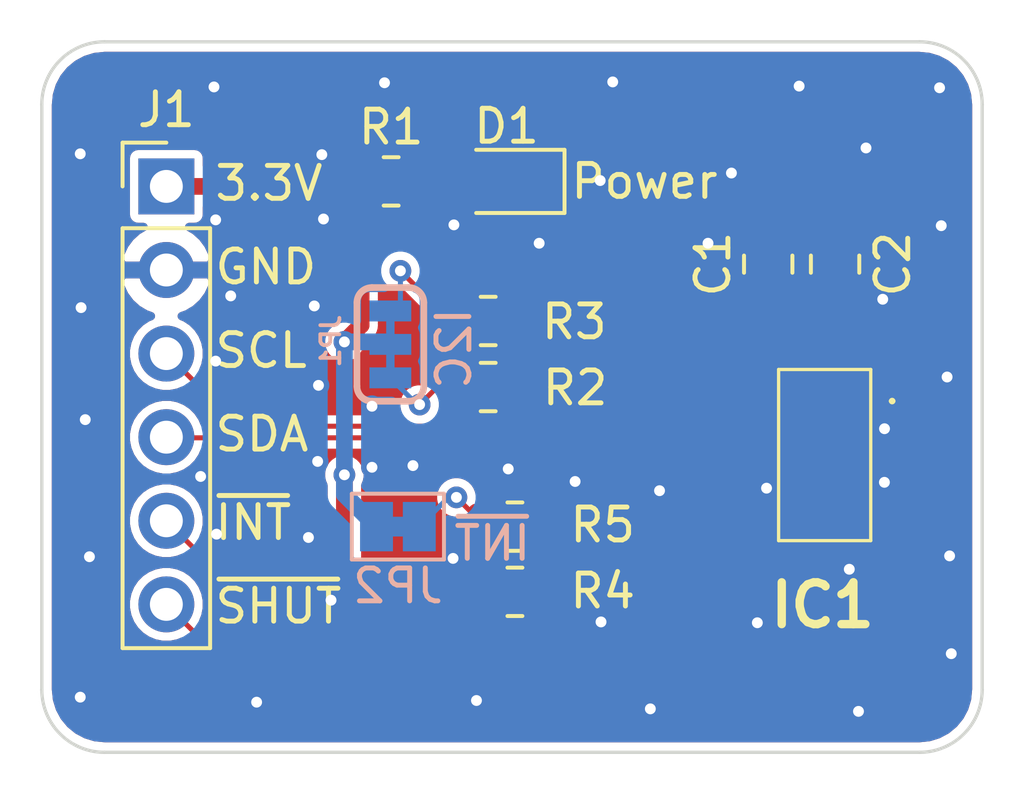
<source format=kicad_pcb>
(kicad_pcb (version 20171130) (host pcbnew "(5.1.8)-1")

  (general
    (thickness 1.6)
    (drawings 17)
    (tracks 142)
    (zones 0)
    (modules 12)
    (nets 12)
  )

  (page A4)
  (layers
    (0 F.Cu signal)
    (31 B.Cu signal)
    (32 B.Adhes user)
    (33 F.Adhes user)
    (34 B.Paste user)
    (35 F.Paste user)
    (36 B.SilkS user)
    (37 F.SilkS user)
    (38 B.Mask user)
    (39 F.Mask user)
    (40 Dwgs.User user)
    (41 Cmts.User user)
    (42 Eco1.User user)
    (43 Eco2.User user)
    (44 Edge.Cuts user)
    (45 Margin user)
    (46 B.CrtYd user)
    (47 F.CrtYd user)
    (48 B.Fab user hide)
    (49 F.Fab user hide)
  )

  (setup
    (last_trace_width 0.508)
    (user_trace_width 0.1524)
    (user_trace_width 0.1778)
    (user_trace_width 0.254)
    (user_trace_width 0.3048)
    (user_trace_width 0.381)
    (user_trace_width 0.508)
    (user_trace_width 0.635)
    (user_trace_width 0.889)
    (user_trace_width 1.016)
    (user_trace_width 1.27)
    (user_trace_width 1.905)
    (user_trace_width 2.54)
    (trace_clearance 0.2)
    (zone_clearance 0.508)
    (zone_45_only no)
    (trace_min 0.1)
    (via_size 0.8)
    (via_drill 0.4)
    (via_min_size 0.4)
    (via_min_drill 0.3)
    (user_via 0.6096 0.3048)
    (user_via 0.6604 0.3302)
    (user_via 0.889 0.381)
    (user_via 1.397 0.635)
    (uvia_size 0.3)
    (uvia_drill 0.1)
    (uvias_allowed no)
    (uvia_min_size 0.2)
    (uvia_min_drill 0.1)
    (edge_width 0.05)
    (segment_width 0.2)
    (pcb_text_width 0.3)
    (pcb_text_size 1.5 1.5)
    (mod_edge_width 0.12)
    (mod_text_size 1 1)
    (mod_text_width 0.15)
    (pad_size 1.524 1.524)
    (pad_drill 0.762)
    (pad_to_mask_clearance 0.051)
    (solder_mask_min_width 0.25)
    (aux_axis_origin 0 0)
    (visible_elements FFFFFF7F)
    (pcbplotparams
      (layerselection 0x010fc_ffffffff)
      (usegerberextensions false)
      (usegerberattributes true)
      (usegerberadvancedattributes true)
      (creategerberjobfile true)
      (excludeedgelayer true)
      (linewidth 0.100000)
      (plotframeref false)
      (viasonmask false)
      (mode 1)
      (useauxorigin false)
      (hpglpennumber 1)
      (hpglpenspeed 20)
      (hpglpendiameter 15.000000)
      (psnegative false)
      (psa4output false)
      (plotreference true)
      (plotvalue true)
      (plotinvisibletext false)
      (padsonsilk false)
      (subtractmaskfromsilk false)
      (outputformat 1)
      (mirror false)
      (drillshape 1)
      (scaleselection 1)
      (outputdirectory ""))
  )

  (net 0 "")
  (net 1 GND)
  (net 2 +3V3)
  (net 3 "Net-(D1-Pad2)")
  (net 4 /SCL)
  (net 5 /SDA)
  (net 6 "Net-(IC1-Pad8)")
  (net 7 /~INT)
  (net 8 /~SHUT)
  (net 9 "Net-(JP1-Pad3)")
  (net 10 "Net-(JP1-Pad1)")
  (net 11 "Net-(JP2-Pad2)")

  (net_class Default "This is the default net class."
    (clearance 0.2)
    (trace_width 0.25)
    (via_dia 0.8)
    (via_drill 0.4)
    (uvia_dia 0.3)
    (uvia_drill 0.1)
    (add_net +3V3)
    (add_net /SCL)
    (add_net /SDA)
    (add_net /~INT)
    (add_net /~SHUT)
    (add_net GND)
    (add_net "Net-(D1-Pad2)")
    (add_net "Net-(IC1-Pad8)")
    (add_net "Net-(JP1-Pad1)")
    (add_net "Net-(JP1-Pad3)")
    (add_net "Net-(JP2-Pad2)")
  )

  (module Connector_PinHeader_2.54mm:PinHeader_1x06_P2.54mm_Vertical (layer F.Cu) (tedit 59FED5CC) (tstamp 5FD22243)
    (at 113.0046 57.7342)
    (descr "Through hole straight pin header, 1x06, 2.54mm pitch, single row")
    (tags "Through hole pin header THT 1x06 2.54mm single row")
    (path /5FD3DE4E)
    (fp_text reference J1 (at 0 -2.33) (layer F.SilkS)
      (effects (font (size 1 1) (thickness 0.15)))
    )
    (fp_text value Conn_01x06 (at 0 15.03) (layer F.Fab)
      (effects (font (size 1 1) (thickness 0.15)))
    )
    (fp_text user %R (at 0 6.35 90) (layer F.Fab)
      (effects (font (size 1 1) (thickness 0.15)))
    )
    (fp_line (start -0.635 -1.27) (end 1.27 -1.27) (layer F.Fab) (width 0.1))
    (fp_line (start 1.27 -1.27) (end 1.27 13.97) (layer F.Fab) (width 0.1))
    (fp_line (start 1.27 13.97) (end -1.27 13.97) (layer F.Fab) (width 0.1))
    (fp_line (start -1.27 13.97) (end -1.27 -0.635) (layer F.Fab) (width 0.1))
    (fp_line (start -1.27 -0.635) (end -0.635 -1.27) (layer F.Fab) (width 0.1))
    (fp_line (start -1.33 14.03) (end 1.33 14.03) (layer F.SilkS) (width 0.12))
    (fp_line (start -1.33 1.27) (end -1.33 14.03) (layer F.SilkS) (width 0.12))
    (fp_line (start 1.33 1.27) (end 1.33 14.03) (layer F.SilkS) (width 0.12))
    (fp_line (start -1.33 1.27) (end 1.33 1.27) (layer F.SilkS) (width 0.12))
    (fp_line (start -1.33 0) (end -1.33 -1.33) (layer F.SilkS) (width 0.12))
    (fp_line (start -1.33 -1.33) (end 0 -1.33) (layer F.SilkS) (width 0.12))
    (fp_line (start -1.8 -1.8) (end -1.8 14.5) (layer F.CrtYd) (width 0.05))
    (fp_line (start -1.8 14.5) (end 1.8 14.5) (layer F.CrtYd) (width 0.05))
    (fp_line (start 1.8 14.5) (end 1.8 -1.8) (layer F.CrtYd) (width 0.05))
    (fp_line (start 1.8 -1.8) (end -1.8 -1.8) (layer F.CrtYd) (width 0.05))
    (pad 6 thru_hole oval (at 0 12.7) (size 1.7 1.7) (drill 1) (layers *.Cu *.Mask)
      (net 8 /~SHUT))
    (pad 5 thru_hole oval (at 0 10.16) (size 1.7 1.7) (drill 1) (layers *.Cu *.Mask)
      (net 7 /~INT))
    (pad 4 thru_hole oval (at 0 7.62) (size 1.7 1.7) (drill 1) (layers *.Cu *.Mask)
      (net 5 /SDA))
    (pad 3 thru_hole oval (at 0 5.08) (size 1.7 1.7) (drill 1) (layers *.Cu *.Mask)
      (net 4 /SCL))
    (pad 2 thru_hole oval (at 0 2.54) (size 1.7 1.7) (drill 1) (layers *.Cu *.Mask)
      (net 1 GND))
    (pad 1 thru_hole rect (at 0 0) (size 1.7 1.7) (drill 1) (layers *.Cu *.Mask)
      (net 2 +3V3))
    (model ${KISYS3DMOD}/Connector_PinHeader_2.54mm.3dshapes/PinHeader_1x06_P2.54mm_Vertical.wrl
      (offset (xyz 0 0 -1.5))
      (scale (xyz 1 1 1))
      (rotate (xyz 0 180 0))
    )
  )

  (module Resistor_SMD:R_0805_2012Metric (layer F.Cu) (tedit 5F68FEEE) (tstamp 5FD21CD3)
    (at 123.5964 68.072)
    (descr "Resistor SMD 0805 (2012 Metric), square (rectangular) end terminal, IPC_7351 nominal, (Body size source: IPC-SM-782 page 72, https://www.pcb-3d.com/wordpress/wp-content/uploads/ipc-sm-782a_amendment_1_and_2.pdf), generated with kicad-footprint-generator")
    (tags resistor)
    (path /5FD229A1)
    (attr smd)
    (fp_text reference R5 (at 2.667 -0.0508) (layer F.SilkS)
      (effects (font (size 1 1) (thickness 0.15)))
    )
    (fp_text value 10k (at 0 1.65) (layer F.Fab)
      (effects (font (size 1 1) (thickness 0.15)))
    )
    (fp_text user %R (at 0 0) (layer F.Fab)
      (effects (font (size 0.5 0.5) (thickness 0.08)))
    )
    (fp_line (start -1 0.625) (end -1 -0.625) (layer F.Fab) (width 0.1))
    (fp_line (start -1 -0.625) (end 1 -0.625) (layer F.Fab) (width 0.1))
    (fp_line (start 1 -0.625) (end 1 0.625) (layer F.Fab) (width 0.1))
    (fp_line (start 1 0.625) (end -1 0.625) (layer F.Fab) (width 0.1))
    (fp_line (start -0.227064 -0.735) (end 0.227064 -0.735) (layer F.SilkS) (width 0.12))
    (fp_line (start -0.227064 0.735) (end 0.227064 0.735) (layer F.SilkS) (width 0.12))
    (fp_line (start -1.68 0.95) (end -1.68 -0.95) (layer F.CrtYd) (width 0.05))
    (fp_line (start -1.68 -0.95) (end 1.68 -0.95) (layer F.CrtYd) (width 0.05))
    (fp_line (start 1.68 -0.95) (end 1.68 0.95) (layer F.CrtYd) (width 0.05))
    (fp_line (start 1.68 0.95) (end -1.68 0.95) (layer F.CrtYd) (width 0.05))
    (pad 2 smd roundrect (at 0.9125 0) (size 1.025 1.4) (layers F.Cu F.Paste F.Mask) (roundrect_rratio 0.243902)
      (net 7 /~INT))
    (pad 1 smd roundrect (at -0.9125 0) (size 1.025 1.4) (layers F.Cu F.Paste F.Mask) (roundrect_rratio 0.243902)
      (net 11 "Net-(JP2-Pad2)"))
    (model ${KISYS3DMOD}/Resistor_SMD.3dshapes/R_0805_2012Metric.wrl
      (at (xyz 0 0 0))
      (scale (xyz 1 1 1))
      (rotate (xyz 0 0 0))
    )
  )

  (module Resistor_SMD:R_0805_2012Metric (layer F.Cu) (tedit 5F68FEEE) (tstamp 5FD21CC2)
    (at 123.5964 70.0532)
    (descr "Resistor SMD 0805 (2012 Metric), square (rectangular) end terminal, IPC_7351 nominal, (Body size source: IPC-SM-782 page 72, https://www.pcb-3d.com/wordpress/wp-content/uploads/ipc-sm-782a_amendment_1_and_2.pdf), generated with kicad-footprint-generator")
    (tags resistor)
    (path /5FD340AD)
    (attr smd)
    (fp_text reference R4 (at 2.667 -0.0254) (layer F.SilkS)
      (effects (font (size 1 1) (thickness 0.15)))
    )
    (fp_text value 10k (at 0 1.65) (layer F.Fab)
      (effects (font (size 1 1) (thickness 0.15)))
    )
    (fp_text user %R (at 0 0) (layer F.Fab)
      (effects (font (size 0.5 0.5) (thickness 0.08)))
    )
    (fp_line (start -1 0.625) (end -1 -0.625) (layer F.Fab) (width 0.1))
    (fp_line (start -1 -0.625) (end 1 -0.625) (layer F.Fab) (width 0.1))
    (fp_line (start 1 -0.625) (end 1 0.625) (layer F.Fab) (width 0.1))
    (fp_line (start 1 0.625) (end -1 0.625) (layer F.Fab) (width 0.1))
    (fp_line (start -0.227064 -0.735) (end 0.227064 -0.735) (layer F.SilkS) (width 0.12))
    (fp_line (start -0.227064 0.735) (end 0.227064 0.735) (layer F.SilkS) (width 0.12))
    (fp_line (start -1.68 0.95) (end -1.68 -0.95) (layer F.CrtYd) (width 0.05))
    (fp_line (start -1.68 -0.95) (end 1.68 -0.95) (layer F.CrtYd) (width 0.05))
    (fp_line (start 1.68 -0.95) (end 1.68 0.95) (layer F.CrtYd) (width 0.05))
    (fp_line (start 1.68 0.95) (end -1.68 0.95) (layer F.CrtYd) (width 0.05))
    (pad 2 smd roundrect (at 0.9125 0) (size 1.025 1.4) (layers F.Cu F.Paste F.Mask) (roundrect_rratio 0.243902)
      (net 8 /~SHUT))
    (pad 1 smd roundrect (at -0.9125 0) (size 1.025 1.4) (layers F.Cu F.Paste F.Mask) (roundrect_rratio 0.243902)
      (net 2 +3V3))
    (model ${KISYS3DMOD}/Resistor_SMD.3dshapes/R_0805_2012Metric.wrl
      (at (xyz 0 0 0))
      (scale (xyz 1 1 1))
      (rotate (xyz 0 0 0))
    )
  )

  (module Resistor_SMD:R_0805_2012Metric (layer F.Cu) (tedit 5F68FEEE) (tstamp 5FD21CB1)
    (at 122.7836 61.8236)
    (descr "Resistor SMD 0805 (2012 Metric), square (rectangular) end terminal, IPC_7351 nominal, (Body size source: IPC-SM-782 page 72, https://www.pcb-3d.com/wordpress/wp-content/uploads/ipc-sm-782a_amendment_1_and_2.pdf), generated with kicad-footprint-generator")
    (tags resistor)
    (path /5FD37DAF)
    (attr smd)
    (fp_text reference R3 (at 2.6162 0.0254) (layer F.SilkS)
      (effects (font (size 1 1) (thickness 0.15)))
    )
    (fp_text value 2.2k (at 0 1.65) (layer F.Fab)
      (effects (font (size 1 1) (thickness 0.15)))
    )
    (fp_text user %R (at 0 0) (layer F.Fab)
      (effects (font (size 0.5 0.5) (thickness 0.08)))
    )
    (fp_line (start -1 0.625) (end -1 -0.625) (layer F.Fab) (width 0.1))
    (fp_line (start -1 -0.625) (end 1 -0.625) (layer F.Fab) (width 0.1))
    (fp_line (start 1 -0.625) (end 1 0.625) (layer F.Fab) (width 0.1))
    (fp_line (start 1 0.625) (end -1 0.625) (layer F.Fab) (width 0.1))
    (fp_line (start -0.227064 -0.735) (end 0.227064 -0.735) (layer F.SilkS) (width 0.12))
    (fp_line (start -0.227064 0.735) (end 0.227064 0.735) (layer F.SilkS) (width 0.12))
    (fp_line (start -1.68 0.95) (end -1.68 -0.95) (layer F.CrtYd) (width 0.05))
    (fp_line (start -1.68 -0.95) (end 1.68 -0.95) (layer F.CrtYd) (width 0.05))
    (fp_line (start 1.68 -0.95) (end 1.68 0.95) (layer F.CrtYd) (width 0.05))
    (fp_line (start 1.68 0.95) (end -1.68 0.95) (layer F.CrtYd) (width 0.05))
    (pad 2 smd roundrect (at 0.9125 0) (size 1.025 1.4) (layers F.Cu F.Paste F.Mask) (roundrect_rratio 0.243902)
      (net 4 /SCL))
    (pad 1 smd roundrect (at -0.9125 0) (size 1.025 1.4) (layers F.Cu F.Paste F.Mask) (roundrect_rratio 0.243902)
      (net 10 "Net-(JP1-Pad1)"))
    (model ${KISYS3DMOD}/Resistor_SMD.3dshapes/R_0805_2012Metric.wrl
      (at (xyz 0 0 0))
      (scale (xyz 1 1 1))
      (rotate (xyz 0 0 0))
    )
  )

  (module Resistor_SMD:R_0805_2012Metric (layer F.Cu) (tedit 5F68FEEE) (tstamp 5FD21CA0)
    (at 122.7836 63.8302)
    (descr "Resistor SMD 0805 (2012 Metric), square (rectangular) end terminal, IPC_7351 nominal, (Body size source: IPC-SM-782 page 72, https://www.pcb-3d.com/wordpress/wp-content/uploads/ipc-sm-782a_amendment_1_and_2.pdf), generated with kicad-footprint-generator")
    (tags resistor)
    (path /5FD3902C)
    (attr smd)
    (fp_text reference R2 (at 2.6416 0.0254) (layer F.SilkS)
      (effects (font (size 1 1) (thickness 0.15)))
    )
    (fp_text value 2.2k (at 0 1.65) (layer F.Fab)
      (effects (font (size 1 1) (thickness 0.15)))
    )
    (fp_text user %R (at 0 0) (layer F.Fab)
      (effects (font (size 0.5 0.5) (thickness 0.08)))
    )
    (fp_line (start -1 0.625) (end -1 -0.625) (layer F.Fab) (width 0.1))
    (fp_line (start -1 -0.625) (end 1 -0.625) (layer F.Fab) (width 0.1))
    (fp_line (start 1 -0.625) (end 1 0.625) (layer F.Fab) (width 0.1))
    (fp_line (start 1 0.625) (end -1 0.625) (layer F.Fab) (width 0.1))
    (fp_line (start -0.227064 -0.735) (end 0.227064 -0.735) (layer F.SilkS) (width 0.12))
    (fp_line (start -0.227064 0.735) (end 0.227064 0.735) (layer F.SilkS) (width 0.12))
    (fp_line (start -1.68 0.95) (end -1.68 -0.95) (layer F.CrtYd) (width 0.05))
    (fp_line (start -1.68 -0.95) (end 1.68 -0.95) (layer F.CrtYd) (width 0.05))
    (fp_line (start 1.68 -0.95) (end 1.68 0.95) (layer F.CrtYd) (width 0.05))
    (fp_line (start 1.68 0.95) (end -1.68 0.95) (layer F.CrtYd) (width 0.05))
    (pad 2 smd roundrect (at 0.9125 0) (size 1.025 1.4) (layers F.Cu F.Paste F.Mask) (roundrect_rratio 0.243902)
      (net 5 /SDA))
    (pad 1 smd roundrect (at -0.9125 0) (size 1.025 1.4) (layers F.Cu F.Paste F.Mask) (roundrect_rratio 0.243902)
      (net 9 "Net-(JP1-Pad3)"))
    (model ${KISYS3DMOD}/Resistor_SMD.3dshapes/R_0805_2012Metric.wrl
      (at (xyz 0 0 0))
      (scale (xyz 1 1 1))
      (rotate (xyz 0 0 0))
    )
  )

  (module Resistor_SMD:R_0805_2012Metric (layer F.Cu) (tedit 5F68FEEE) (tstamp 5FD21C8F)
    (at 119.8353 57.5818)
    (descr "Resistor SMD 0805 (2012 Metric), square (rectangular) end terminal, IPC_7351 nominal, (Body size source: IPC-SM-782 page 72, https://www.pcb-3d.com/wordpress/wp-content/uploads/ipc-sm-782a_amendment_1_and_2.pdf), generated with kicad-footprint-generator")
    (tags resistor)
    (path /5FD2E1F3)
    (attr smd)
    (fp_text reference R1 (at 0 -1.65) (layer F.SilkS)
      (effects (font (size 1 1) (thickness 0.15)))
    )
    (fp_text value R_US (at 0 1.65) (layer F.Fab)
      (effects (font (size 1 1) (thickness 0.15)))
    )
    (fp_text user %R (at 0 0) (layer F.Fab)
      (effects (font (size 0.5 0.5) (thickness 0.08)))
    )
    (fp_line (start -1 0.625) (end -1 -0.625) (layer F.Fab) (width 0.1))
    (fp_line (start -1 -0.625) (end 1 -0.625) (layer F.Fab) (width 0.1))
    (fp_line (start 1 -0.625) (end 1 0.625) (layer F.Fab) (width 0.1))
    (fp_line (start 1 0.625) (end -1 0.625) (layer F.Fab) (width 0.1))
    (fp_line (start -0.227064 -0.735) (end 0.227064 -0.735) (layer F.SilkS) (width 0.12))
    (fp_line (start -0.227064 0.735) (end 0.227064 0.735) (layer F.SilkS) (width 0.12))
    (fp_line (start -1.68 0.95) (end -1.68 -0.95) (layer F.CrtYd) (width 0.05))
    (fp_line (start -1.68 -0.95) (end 1.68 -0.95) (layer F.CrtYd) (width 0.05))
    (fp_line (start 1.68 -0.95) (end 1.68 0.95) (layer F.CrtYd) (width 0.05))
    (fp_line (start 1.68 0.95) (end -1.68 0.95) (layer F.CrtYd) (width 0.05))
    (pad 2 smd roundrect (at 0.9125 0) (size 1.025 1.4) (layers F.Cu F.Paste F.Mask) (roundrect_rratio 0.243902)
      (net 3 "Net-(D1-Pad2)"))
    (pad 1 smd roundrect (at -0.9125 0) (size 1.025 1.4) (layers F.Cu F.Paste F.Mask) (roundrect_rratio 0.243902)
      (net 2 +3V3))
    (model ${KISYS3DMOD}/Resistor_SMD.3dshapes/R_0805_2012Metric.wrl
      (at (xyz 0 0 0))
      (scale (xyz 1 1 1))
      (rotate (xyz 0 0 0))
    )
  )

  (module Jumper:SolderJumper-2_P1.3mm_Bridged_Pad1.0x1.5mm (layer B.Cu) (tedit 5C756AB2) (tstamp 5FD21C7E)
    (at 120.0404 68.072)
    (descr "SMD Solder Jumper, 1x1.5mm Pads, 0.3mm gap, bridged with 1 copper strip")
    (tags "solder jumper open")
    (path /5FD23891)
    (attr virtual)
    (fp_text reference JP2 (at 0 1.8) (layer B.SilkS)
      (effects (font (size 1 1) (thickness 0.15)) (justify mirror))
    )
    (fp_text value INT (at 0 -1.9) (layer B.Fab)
      (effects (font (size 1 1) (thickness 0.15)) (justify mirror))
    )
    (fp_line (start -1.4 -1) (end -1.4 1) (layer B.SilkS) (width 0.12))
    (fp_line (start 1.4 -1) (end -1.4 -1) (layer B.SilkS) (width 0.12))
    (fp_line (start 1.4 1) (end 1.4 -1) (layer B.SilkS) (width 0.12))
    (fp_line (start -1.4 1) (end 1.4 1) (layer B.SilkS) (width 0.12))
    (fp_line (start -1.65 1.25) (end 1.65 1.25) (layer B.CrtYd) (width 0.05))
    (fp_line (start -1.65 1.25) (end -1.65 -1.25) (layer B.CrtYd) (width 0.05))
    (fp_line (start 1.65 -1.25) (end 1.65 1.25) (layer B.CrtYd) (width 0.05))
    (fp_line (start 1.65 -1.25) (end -1.65 -1.25) (layer B.CrtYd) (width 0.05))
    (fp_poly (pts (xy -0.25 0.3) (xy 0.25 0.3) (xy 0.25 -0.3) (xy -0.25 -0.3)) (layer B.Cu) (width 0))
    (pad 2 smd rect (at 0.65 0) (size 1 1.5) (layers B.Cu B.Mask)
      (net 11 "Net-(JP2-Pad2)"))
    (pad 1 smd rect (at -0.65 0) (size 1 1.5) (layers B.Cu B.Mask)
      (net 2 +3V3))
  )

  (module Jumper:SMT-JUMPER_3_2-NC_TRACE_SILK (layer B.Cu) (tedit 0) (tstamp 5FD21C6F)
    (at 119.8118 62.5348 270)
    (path /5FD22DDF)
    (fp_text reference JP1 (at -0.1016 1.4732 270) (layer B.SilkS)
      (effects (font (size 0.57912 0.57912) (thickness 0.115824)) (justify bottom mirror))
    )
    (fp_text value I2C (at 0 -1.143 270) (layer B.Fab)
      (effects (font (size 0.57912 0.57912) (thickness 0.115824)) (justify top mirror))
    )
    (fp_arc (start 1.27 -0.5588) (end 1.27 -1.016) (angle 90) (layer B.SilkS) (width 0.2032))
    (fp_arc (start -1.27 -0.5588) (end -1.7272 -0.5588) (angle 90) (layer B.SilkS) (width 0.2032))
    (fp_arc (start -1.27 0.5588) (end -1.7272 0.5588) (angle -90) (layer B.SilkS) (width 0.2032))
    (fp_arc (start 1.27 0.5588) (end 1.27 1.016) (angle -90) (layer B.SilkS) (width 0.2032))
    (fp_line (start 1.27 -1.016) (end -1.27 -1.016) (layer B.SilkS) (width 0.2032))
    (fp_line (start 1.7272 -0.5588) (end 1.7272 0.5588) (layer B.SilkS) (width 0.2032))
    (fp_line (start -1.7272 -0.5588) (end -1.7272 0.5588) (layer B.SilkS) (width 0.2032))
    (fp_line (start -1.27 1.016) (end 1.27 1.016) (layer B.SilkS) (width 0.2032))
    (fp_poly (pts (xy -0.6985 0.127) (xy 0.6985 0.127) (xy 0.6985 -0.127) (xy -0.6985 -0.127)) (layer B.Mask) (width 0))
    (fp_poly (pts (xy 0.3048 -0.127) (xy 0.7112 -0.127) (xy 0.7112 0.127) (xy 0.3048 0.127)) (layer B.Cu) (width 0))
    (fp_poly (pts (xy -0.7112 -0.127) (xy -0.3048 -0.127) (xy -0.3048 0.127) (xy -0.7112 0.127)) (layer B.Cu) (width 0))
    (pad 3 smd rect (at 1.016 0 270) (size 0.635 1.27) (layers B.Cu B.Mask)
      (net 9 "Net-(JP1-Pad3)") (solder_mask_margin 0.1016))
    (pad 2 smd rect (at 0 0 270) (size 0.635 1.27) (layers B.Cu B.Mask)
      (net 2 +3V3) (solder_mask_margin 0.1016))
    (pad 1 smd rect (at -1.016 0 270) (size 0.635 1.27) (layers B.Cu B.Mask)
      (net 10 "Net-(JP1-Pad1)") (solder_mask_margin 0.1016))
  )

  (module SamacSys_Parts:VL53L1CBV0FY1 (layer F.Cu) (tedit 0) (tstamp 5FD21C5D)
    (at 133.0082 65.8968)
    (descr VL53L1CBV0FY/1-1)
    (tags "Integrated Circuit")
    (path /5FD21848)
    (attr smd)
    (fp_text reference IC1 (at -0.0646 4.5628) (layer F.SilkS)
      (effects (font (size 1.27 1.27) (thickness 0.254)))
    )
    (fp_text value VL53L1CBV0FY_1 (at 0.35 0) (layer F.SilkS) hide
      (effects (font (size 1.27 1.27) (thickness 0.254)))
    )
    (fp_arc (start 2.05 -1.64) (end 2.1 -1.64) (angle -180) (layer F.SilkS) (width 0.1))
    (fp_arc (start 2.05 -1.64) (end 2 -1.64) (angle -180) (layer F.SilkS) (width 0.1))
    (fp_text user %R (at 0.35 0) (layer F.Fab)
      (effects (font (size 1.27 1.27) (thickness 0.254)))
    )
    (fp_line (start -1.4 -2.6) (end 1.4 -2.6) (layer F.Fab) (width 0.2))
    (fp_line (start 1.4 -2.6) (end 1.4 2.6) (layer F.Fab) (width 0.2))
    (fp_line (start 1.4 2.6) (end -1.4 2.6) (layer F.Fab) (width 0.2))
    (fp_line (start -1.4 2.6) (end -1.4 -2.6) (layer F.Fab) (width 0.2))
    (fp_line (start -1.4 -2.6) (end 1.4 -2.6) (layer F.SilkS) (width 0.1))
    (fp_line (start 1.4 -2.6) (end 1.4 2.6) (layer F.SilkS) (width 0.1))
    (fp_line (start 1.4 2.6) (end -1.4 2.6) (layer F.SilkS) (width 0.1))
    (fp_line (start -1.4 2.6) (end -1.4 -2.6) (layer F.SilkS) (width 0.1))
    (fp_line (start -2.4 -3.6) (end 3.1 -3.6) (layer F.CrtYd) (width 0.1))
    (fp_line (start 3.1 -3.6) (end 3.1 3.6) (layer F.CrtYd) (width 0.1))
    (fp_line (start 3.1 3.6) (end -2.4 3.6) (layer F.CrtYd) (width 0.1))
    (fp_line (start -2.4 3.6) (end -2.4 -3.6) (layer F.CrtYd) (width 0.1))
    (fp_line (start 2 -1.64) (end 2 -1.64) (layer F.SilkS) (width 0.1))
    (fp_line (start 2.1 -1.64) (end 2.1 -1.64) (layer F.SilkS) (width 0.1))
    (pad 12 smd rect (at 0 -1.6 90) (size 0.5 0.5) (layers F.Cu F.Paste F.Mask)
      (net 1 GND))
    (pad 11 smd rect (at -0.8 -1.6 90) (size 0.5 0.5) (layers F.Cu F.Paste F.Mask)
      (net 2 +3V3))
    (pad 10 smd rect (at -0.8 -0.8 90) (size 0.5 0.5) (layers F.Cu F.Paste F.Mask)
      (net 4 /SCL))
    (pad 9 smd rect (at -0.8 0 90) (size 0.5 0.5) (layers F.Cu F.Paste F.Mask)
      (net 5 /SDA))
    (pad 8 smd rect (at -0.8 0.8 90) (size 0.5 0.5) (layers F.Cu F.Paste F.Mask)
      (net 6 "Net-(IC1-Pad8)"))
    (pad 7 smd rect (at -0.8 1.6 90) (size 0.5 0.5) (layers F.Cu F.Paste F.Mask)
      (net 7 /~INT))
    (pad 6 smd rect (at 0 1.6 90) (size 0.5 0.5) (layers F.Cu F.Paste F.Mask)
      (net 1 GND))
    (pad 5 smd rect (at 0.8 1.6 90) (size 0.5 0.5) (layers F.Cu F.Paste F.Mask)
      (net 8 /~SHUT))
    (pad 4 smd rect (at 0.8 0.8 90) (size 0.5 0.5) (layers F.Cu F.Paste F.Mask)
      (net 1 GND))
    (pad 3 smd rect (at 0.8 0 90) (size 0.5 0.5) (layers F.Cu F.Paste F.Mask)
      (net 1 GND))
    (pad 2 smd rect (at 0.8 -0.8 90) (size 0.5 0.5) (layers F.Cu F.Paste F.Mask)
      (net 1 GND))
    (pad 1 smd rect (at 0.8 -1.64) (size 0.5 0.58) (layers F.Cu F.Paste F.Mask)
      (net 2 +3V3))
    (model "D:\\AveryW\\Assorted Programs\\KiCad\\SamacSys_Parts.3dshapes\\VL53L1CBV0FY_1.stp"
      (at (xyz 0 0 0))
      (scale (xyz 1 1 1))
      (rotate (xyz 0 0 0))
    )
  )

  (module LED_SMD:LED_0805_2012Metric (layer F.Cu) (tedit 5F68FEF1) (tstamp 5FD21C3C)
    (at 123.4186 57.5818 180)
    (descr "LED SMD 0805 (2012 Metric), square (rectangular) end terminal, IPC_7351 nominal, (Body size source: https://docs.google.com/spreadsheets/d/1BsfQQcO9C6DZCsRaXUlFlo91Tg2WpOkGARC1WS5S8t0/edit?usp=sharing), generated with kicad-footprint-generator")
    (tags LED)
    (path /5FD22B84)
    (attr smd)
    (fp_text reference D1 (at 0.0762 1.6764) (layer F.SilkS)
      (effects (font (size 1 1) (thickness 0.15)))
    )
    (fp_text value RED (at 0 1.65) (layer F.Fab)
      (effects (font (size 1 1) (thickness 0.15)))
    )
    (fp_text user %R (at 0 0) (layer F.Fab)
      (effects (font (size 0.5 0.5) (thickness 0.08)))
    )
    (fp_line (start 1 -0.6) (end -0.7 -0.6) (layer F.Fab) (width 0.1))
    (fp_line (start -0.7 -0.6) (end -1 -0.3) (layer F.Fab) (width 0.1))
    (fp_line (start -1 -0.3) (end -1 0.6) (layer F.Fab) (width 0.1))
    (fp_line (start -1 0.6) (end 1 0.6) (layer F.Fab) (width 0.1))
    (fp_line (start 1 0.6) (end 1 -0.6) (layer F.Fab) (width 0.1))
    (fp_line (start 1 -0.96) (end -1.685 -0.96) (layer F.SilkS) (width 0.12))
    (fp_line (start -1.685 -0.96) (end -1.685 0.96) (layer F.SilkS) (width 0.12))
    (fp_line (start -1.685 0.96) (end 1 0.96) (layer F.SilkS) (width 0.12))
    (fp_line (start -1.68 0.95) (end -1.68 -0.95) (layer F.CrtYd) (width 0.05))
    (fp_line (start -1.68 -0.95) (end 1.68 -0.95) (layer F.CrtYd) (width 0.05))
    (fp_line (start 1.68 -0.95) (end 1.68 0.95) (layer F.CrtYd) (width 0.05))
    (fp_line (start 1.68 0.95) (end -1.68 0.95) (layer F.CrtYd) (width 0.05))
    (pad 2 smd roundrect (at 0.9375 0 180) (size 0.975 1.4) (layers F.Cu F.Paste F.Mask) (roundrect_rratio 0.25)
      (net 3 "Net-(D1-Pad2)"))
    (pad 1 smd roundrect (at -0.9375 0 180) (size 0.975 1.4) (layers F.Cu F.Paste F.Mask) (roundrect_rratio 0.25)
      (net 1 GND))
    (model ${KISYS3DMOD}/LED_SMD.3dshapes/LED_0805_2012Metric.wrl
      (at (xyz 0 0 0))
      (scale (xyz 1 1 1))
      (rotate (xyz 0 0 0))
    )
  )

  (module Capacitor_SMD:C_0805_2012Metric (layer F.Cu) (tedit 5F68FEEE) (tstamp 5FD21C29)
    (at 133.3246 60.0964 90)
    (descr "Capacitor SMD 0805 (2012 Metric), square (rectangular) end terminal, IPC_7351 nominal, (Body size source: IPC-SM-782 page 76, https://www.pcb-3d.com/wordpress/wp-content/uploads/ipc-sm-782a_amendment_1_and_2.pdf, https://docs.google.com/spreadsheets/d/1BsfQQcO9C6DZCsRaXUlFlo91Tg2WpOkGARC1WS5S8t0/edit?usp=sharing), generated with kicad-footprint-generator")
    (tags capacitor)
    (path /5FD28834)
    (attr smd)
    (fp_text reference C2 (at 0 1.7526 90) (layer F.SilkS)
      (effects (font (size 1 1) (thickness 0.15)))
    )
    (fp_text value 4.7uF (at 0 1.68 90) (layer F.Fab)
      (effects (font (size 1 1) (thickness 0.15)))
    )
    (fp_text user %R (at 0 0 90) (layer F.Fab)
      (effects (font (size 0.5 0.5) (thickness 0.08)))
    )
    (fp_line (start -1 0.625) (end -1 -0.625) (layer F.Fab) (width 0.1))
    (fp_line (start -1 -0.625) (end 1 -0.625) (layer F.Fab) (width 0.1))
    (fp_line (start 1 -0.625) (end 1 0.625) (layer F.Fab) (width 0.1))
    (fp_line (start 1 0.625) (end -1 0.625) (layer F.Fab) (width 0.1))
    (fp_line (start -0.261252 -0.735) (end 0.261252 -0.735) (layer F.SilkS) (width 0.12))
    (fp_line (start -0.261252 0.735) (end 0.261252 0.735) (layer F.SilkS) (width 0.12))
    (fp_line (start -1.7 0.98) (end -1.7 -0.98) (layer F.CrtYd) (width 0.05))
    (fp_line (start -1.7 -0.98) (end 1.7 -0.98) (layer F.CrtYd) (width 0.05))
    (fp_line (start 1.7 -0.98) (end 1.7 0.98) (layer F.CrtYd) (width 0.05))
    (fp_line (start 1.7 0.98) (end -1.7 0.98) (layer F.CrtYd) (width 0.05))
    (pad 2 smd roundrect (at 0.95 0 90) (size 1 1.45) (layers F.Cu F.Paste F.Mask) (roundrect_rratio 0.25)
      (net 1 GND))
    (pad 1 smd roundrect (at -0.95 0 90) (size 1 1.45) (layers F.Cu F.Paste F.Mask) (roundrect_rratio 0.25)
      (net 2 +3V3))
    (model ${KISYS3DMOD}/Capacitor_SMD.3dshapes/C_0805_2012Metric.wrl
      (at (xyz 0 0 0))
      (scale (xyz 1 1 1))
      (rotate (xyz 0 0 0))
    )
  )

  (module Capacitor_SMD:C_0805_2012Metric (layer F.Cu) (tedit 5F68FEEE) (tstamp 5FD21C18)
    (at 131.2926 60.0964 90)
    (descr "Capacitor SMD 0805 (2012 Metric), square (rectangular) end terminal, IPC_7351 nominal, (Body size source: IPC-SM-782 page 76, https://www.pcb-3d.com/wordpress/wp-content/uploads/ipc-sm-782a_amendment_1_and_2.pdf, https://docs.google.com/spreadsheets/d/1BsfQQcO9C6DZCsRaXUlFlo91Tg2WpOkGARC1WS5S8t0/edit?usp=sharing), generated with kicad-footprint-generator")
    (tags capacitor)
    (path /5FD29319)
    (attr smd)
    (fp_text reference C1 (at 0 -1.68 90) (layer F.SilkS)
      (effects (font (size 1 1) (thickness 0.15)))
    )
    (fp_text value 0.1uF (at 0 1.68 90) (layer F.Fab)
      (effects (font (size 1 1) (thickness 0.15)))
    )
    (fp_text user %R (at 0 0 90) (layer F.Fab)
      (effects (font (size 0.5 0.5) (thickness 0.08)))
    )
    (fp_line (start -1 0.625) (end -1 -0.625) (layer F.Fab) (width 0.1))
    (fp_line (start -1 -0.625) (end 1 -0.625) (layer F.Fab) (width 0.1))
    (fp_line (start 1 -0.625) (end 1 0.625) (layer F.Fab) (width 0.1))
    (fp_line (start 1 0.625) (end -1 0.625) (layer F.Fab) (width 0.1))
    (fp_line (start -0.261252 -0.735) (end 0.261252 -0.735) (layer F.SilkS) (width 0.12))
    (fp_line (start -0.261252 0.735) (end 0.261252 0.735) (layer F.SilkS) (width 0.12))
    (fp_line (start -1.7 0.98) (end -1.7 -0.98) (layer F.CrtYd) (width 0.05))
    (fp_line (start -1.7 -0.98) (end 1.7 -0.98) (layer F.CrtYd) (width 0.05))
    (fp_line (start 1.7 -0.98) (end 1.7 0.98) (layer F.CrtYd) (width 0.05))
    (fp_line (start 1.7 0.98) (end -1.7 0.98) (layer F.CrtYd) (width 0.05))
    (pad 2 smd roundrect (at 0.95 0 90) (size 1 1.45) (layers F.Cu F.Paste F.Mask) (roundrect_rratio 0.25)
      (net 1 GND))
    (pad 1 smd roundrect (at -0.95 0 90) (size 1 1.45) (layers F.Cu F.Paste F.Mask) (roundrect_rratio 0.25)
      (net 2 +3V3))
    (model ${KISYS3DMOD}/Capacitor_SMD.3dshapes/C_0805_2012Metric.wrl
      (at (xyz 0 0 0))
      (scale (xyz 1 1 1))
      (rotate (xyz 0 0 0))
    )
  )

  (gr_text ~INT (at 122.9106 68.58) (layer B.SilkS)
    (effects (font (size 1 1) (thickness 0.15)) (justify mirror))
  )
  (gr_text I2C (at 121.7422 62.6618 90) (layer B.SilkS)
    (effects (font (size 1 1) (thickness 0.15)) (justify mirror))
  )
  (gr_text ~SHUT (at 116.4082 70.4888) (layer F.SilkS)
    (effects (font (size 1 1) (thickness 0.15)))
  )
  (gr_text ~INT (at 115.646295 67.9488) (layer F.SilkS)
    (effects (font (size 1 1) (thickness 0.15)))
  )
  (gr_text SDA (at 115.9082 65.2613) (layer F.SilkS)
    (effects (font (size 1 1) (thickness 0.15)))
  )
  (gr_text SCL (at 115.88439 62.7213) (layer F.SilkS)
    (effects (font (size 1 1) (thickness 0.15)))
  )
  (gr_text GND (at 116.027247 60.1813) (layer F.SilkS)
    (effects (font (size 1 1) (thickness 0.15)))
  )
  (gr_text Power (at 127.5334 57.5818) (layer F.SilkS)
    (effects (font (size 1 1) (thickness 0.15)))
  )
  (gr_text 3.3V (at 116.122485 57.6413) (layer F.SilkS)
    (effects (font (size 1 1) (thickness 0.15)))
  )
  (gr_arc (start 111.125 73.025) (end 109.22 73.025) (angle -90) (layer Edge.Cuts) (width 0.1) (tstamp 5FD23573))
  (gr_arc (start 135.89 73.025) (end 135.89 74.93) (angle -90) (layer Edge.Cuts) (width 0.1) (tstamp 5FD23573))
  (gr_arc (start 135.89 55.245) (end 137.795 55.245) (angle -90) (layer Edge.Cuts) (width 0.1) (tstamp 5FD23573))
  (gr_arc (start 111.125 55.245) (end 111.125 53.34) (angle -90) (layer Edge.Cuts) (width 0.1))
  (gr_line (start 137.795 55.245) (end 137.795 73.025) (layer Edge.Cuts) (width 0.1))
  (gr_line (start 111.125 53.34) (end 135.89 53.34) (layer Edge.Cuts) (width 0.1))
  (gr_line (start 109.22 73.025) (end 109.22 55.245) (layer Edge.Cuts) (width 0.1))
  (gr_line (start 135.89 74.93) (end 111.125 74.93) (layer Edge.Cuts) (width 0.1))

  (segment (start 133.1504 66.6968) (end 133.0082 66.839) (width 0.254) (layer F.Cu) (net 1))
  (segment (start 133.8082 66.6968) (end 133.1504 66.6968) (width 0.254) (layer F.Cu) (net 1))
  (segment (start 133.0082 66.839) (end 133.0082 67.4968) (width 0.254) (layer F.Cu) (net 1))
  (segment (start 133.1652 65.8968) (end 133.0082 66.0538) (width 0.254) (layer F.Cu) (net 1))
  (segment (start 133.8082 65.8968) (end 133.1652 65.8968) (width 0.254) (layer F.Cu) (net 1))
  (segment (start 133.0082 66.0538) (end 133.0082 66.839) (width 0.254) (layer F.Cu) (net 1))
  (segment (start 133.1502 65.0968) (end 133.0082 65.2388) (width 0.254) (layer F.Cu) (net 1))
  (segment (start 133.8082 65.0968) (end 133.1502 65.0968) (width 0.254) (layer F.Cu) (net 1))
  (segment (start 133.0082 65.2388) (end 133.0082 66.0538) (width 0.254) (layer F.Cu) (net 1))
  (segment (start 133.0082 64.2968) (end 133.0082 65.2388) (width 0.254) (layer F.Cu) (net 1))
  (via (at 117.6274 63.7794) (size 0.6604) (drill 0.3302) (layers F.Cu B.Cu) (net 1))
  (via (at 117.602 66.0908) (size 0.6604) (drill 0.3302) (layers F.Cu B.Cu) (net 1))
  (via (at 119.253 64.4144) (size 0.6604) (drill 0.3302) (layers F.Cu B.Cu) (net 1))
  (via (at 119.253 66.2686) (size 0.6604) (drill 0.3302) (layers F.Cu B.Cu) (net 1))
  (segment (start 117.6274 66.0654) (end 117.602 66.0908) (width 0.1524) (layer B.Cu) (net 1))
  (segment (start 117.6274 63.7794) (end 117.6274 66.0654) (width 0.1524) (layer B.Cu) (net 1))
  (segment (start 119.253 66.2686) (end 119.253 64.4144) (width 0.1524) (layer B.Cu) (net 1))
  (via (at 131.2418 66.9036) (size 0.6604) (drill 0.3302) (layers F.Cu B.Cu) (net 1))
  (segment (start 134.8266 65.0968) (end 135.0484 65.0968) (width 0.508) (layer F.Cu) (net 1) (tstamp 5FD239F7))
  (via (at 134.8266 65.0968) (size 0.6604) (drill 0.3302) (layers F.Cu B.Cu) (net 1))
  (via (at 134.8232 66.7258) (size 0.6604) (drill 0.3302) (layers F.Cu B.Cu) (net 1))
  (segment (start 134.7942 66.6968) (end 134.8232 66.7258) (width 0.508) (layer F.Cu) (net 1))
  (segment (start 133.8082 66.6968) (end 134.7942 66.6968) (width 0.508) (layer F.Cu) (net 1))
  (segment (start 134.0266 65.8968) (end 134.8266 65.0968) (width 0.508) (layer F.Cu) (net 1))
  (segment (start 133.8082 65.8968) (end 134.0266 65.8968) (width 0.508) (layer F.Cu) (net 1))
  (segment (start 133.9942 65.8968) (end 134.8232 66.7258) (width 0.508) (layer F.Cu) (net 1))
  (segment (start 133.8082 65.8968) (end 133.9942 65.8968) (width 0.508) (layer F.Cu) (net 1))
  (segment (start 133.8082 65.0968) (end 134.8266 65.0968) (width 0.508) (layer F.Cu) (net 1))
  (via (at 127.9906 66.9798) (size 0.6604) (drill 0.3302) (layers F.Cu B.Cu) (net 1))
  (via (at 125.4252 66.7004) (size 0.6604) (drill 0.3302) (layers F.Cu B.Cu) (net 1))
  (via (at 123.3932 66.3194) (size 0.6604) (drill 0.3302) (layers F.Cu B.Cu) (net 1))
  (via (at 120.4976 66.2178) (size 0.6604) (drill 0.3302) (layers F.Cu B.Cu) (net 1))
  (via (at 121.7168 69.0372) (size 0.6604) (drill 0.3302) (layers F.Cu B.Cu) (net 1))
  (via (at 114.046 66.548) (size 0.6604) (drill 0.3302) (layers F.Cu B.Cu) (net 1))
  (via (at 114.5286 68.3006) (size 0.6604) (drill 0.3302) (layers F.Cu B.Cu) (net 1))
  (via (at 118.0084 70.3072) (size 0.6604) (drill 0.3302) (layers F.Cu B.Cu) (net 1))
  (via (at 117.3226 68.4022) (size 0.6604) (drill 0.3302) (layers F.Cu B.Cu) (net 1))
  (via (at 114.5032 63.0428) (size 0.6604) (drill 0.3302) (layers F.Cu B.Cu) (net 1))
  (via (at 114.9604 61.0616) (size 0.6604) (drill 0.3302) (layers F.Cu B.Cu) (net 1))
  (via (at 114.5032 58.7502) (size 0.6604) (drill 0.3302) (layers F.Cu B.Cu) (net 1))
  (via (at 117.7798 58.7248) (size 0.6604) (drill 0.3302) (layers F.Cu B.Cu) (net 1))
  (via (at 117.5004 61.3664) (size 0.6604) (drill 0.3302) (layers F.Cu B.Cu) (net 1))
  (via (at 121.7422 58.9026) (size 0.6604) (drill 0.3302) (layers F.Cu B.Cu) (net 1))
  (via (at 124.333 59.4614) (size 0.6604) (drill 0.3302) (layers F.Cu B.Cu) (net 1))
  (via (at 129.4638 59.4614) (size 0.6604) (drill 0.3302) (layers F.Cu B.Cu) (net 1))
  (via (at 126.1872 57.5564) (size 0.6604) (drill 0.3302) (layers F.Cu B.Cu) (net 1))
  (via (at 130.175 57.3278) (size 0.6604) (drill 0.3302) (layers F.Cu B.Cu) (net 1))
  (via (at 136.4996 54.737) (size 0.6604) (drill 0.3302) (layers F.Cu B.Cu) (net 1))
  (via (at 132.2324 54.6862) (size 0.6604) (drill 0.3302) (layers F.Cu B.Cu) (net 1))
  (via (at 126.5682 54.5592) (size 0.6604) (drill 0.3302) (layers F.Cu B.Cu) (net 1))
  (via (at 119.634 54.5846) (size 0.6604) (drill 0.3302) (layers F.Cu B.Cu) (net 1))
  (via (at 114.4524 54.7116) (size 0.6604) (drill 0.3302) (layers F.Cu B.Cu) (net 1))
  (via (at 110.3884 56.7436) (size 0.6604) (drill 0.3302) (layers F.Cu B.Cu) (net 1))
  (via (at 110.4138 61.4172) (size 0.6604) (drill 0.3302) (layers F.Cu B.Cu) (net 1))
  (via (at 110.5408 64.8208) (size 0.6604) (drill 0.3302) (layers F.Cu B.Cu) (net 1))
  (via (at 110.6678 68.9864) (size 0.6604) (drill 0.3302) (layers F.Cu B.Cu) (net 1))
  (via (at 110.3884 73.2536) (size 0.6604) (drill 0.3302) (layers F.Cu B.Cu) (net 1))
  (via (at 115.7478 73.406) (size 0.6604) (drill 0.3302) (layers F.Cu B.Cu) (net 1))
  (via (at 122.428 73.3552) (size 0.6604) (drill 0.3302) (layers F.Cu B.Cu) (net 1))
  (via (at 127.7112 73.6092) (size 0.6604) (drill 0.3302) (layers F.Cu B.Cu) (net 1))
  (via (at 134.0358 73.6854) (size 0.6604) (drill 0.3302) (layers F.Cu B.Cu) (net 1))
  (via (at 136.8552 71.9328) (size 0.6604) (drill 0.3302) (layers F.Cu B.Cu) (net 1))
  (via (at 136.8044 68.961) (size 0.6604) (drill 0.3302) (layers F.Cu B.Cu) (net 1))
  (via (at 136.7282 63.5254) (size 0.6604) (drill 0.3302) (layers F.Cu B.Cu) (net 1))
  (via (at 136.5504 58.928) (size 0.6604) (drill 0.3302) (layers F.Cu B.Cu) (net 1))
  (via (at 134.2644 56.5658) (size 0.6604) (drill 0.3302) (layers F.Cu B.Cu) (net 1))
  (via (at 134.7724 61.1632) (size 0.6604) (drill 0.3302) (layers F.Cu B.Cu) (net 1))
  (via (at 133.7564 69.3674) (size 0.6604) (drill 0.3302) (layers F.Cu B.Cu) (net 1))
  (via (at 130.9624 70.993) (size 0.6604) (drill 0.3302) (layers F.Cu B.Cu) (net 1))
  (via (at 126.2126 70.9676) (size 0.6604) (drill 0.3302) (layers F.Cu B.Cu) (net 1))
  (via (at 117.729 56.769) (size 0.6604) (drill 0.3302) (layers F.Cu B.Cu) (net 1))
  (segment (start 118.7704 57.7342) (end 118.9228 57.5818) (width 0.508) (layer F.Cu) (net 2))
  (segment (start 113.0046 57.7342) (end 117.2972 57.7342) (width 0.508) (layer F.Cu) (net 2))
  (segment (start 117.2972 57.7342) (end 118.7704 57.7342) (width 0.508) (layer F.Cu) (net 2) (tstamp 5FD231B0))
  (via (at 118.4148 62.4586) (size 0.6604) (drill 0.3302) (layers F.Cu B.Cu) (net 2))
  (segment (start 118.9228 61.9506) (end 118.4148 62.4586) (width 0.508) (layer F.Cu) (net 2))
  (segment (start 118.9228 57.5818) (end 118.9228 61.9506) (width 0.508) (layer F.Cu) (net 2))
  (segment (start 119.7356 62.4586) (end 119.8118 62.5348) (width 0.508) (layer B.Cu) (net 2))
  (segment (start 118.4148 62.4586) (end 119.7356 62.4586) (width 0.508) (layer B.Cu) (net 2))
  (segment (start 118.4148 67.0964) (end 119.3904 68.072) (width 0.508) (layer B.Cu) (net 2))
  (segment (start 118.4148 62.4586) (end 118.4148 66.4972) (width 0.508) (layer B.Cu) (net 2))
  (segment (start 118.4148 66.4972) (end 118.4148 67.0964) (width 0.508) (layer B.Cu) (net 2) (tstamp 5FD23217))
  (via (at 118.4148 66.4972) (size 0.6604) (drill 0.3302) (layers F.Cu B.Cu) (net 2))
  (segment (start 118.4148 66.4972) (end 118.4148 69.3674) (width 0.508) (layer F.Cu) (net 2))
  (segment (start 119.1006 70.0532) (end 122.6839 70.0532) (width 0.508) (layer F.Cu) (net 2))
  (segment (start 118.4148 69.3674) (end 119.1006 70.0532) (width 0.508) (layer F.Cu) (net 2))
  (segment (start 130.793771 60.547571) (end 131.2926 61.0464) (width 0.508) (layer F.Cu) (net 2))
  (segment (start 121.888571 60.547571) (end 130.793771 60.547571) (width 0.508) (layer F.Cu) (net 2))
  (segment (start 118.9228 57.5818) (end 121.888571 60.547571) (width 0.508) (layer F.Cu) (net 2))
  (segment (start 131.2926 61.0464) (end 133.3246 61.0464) (width 0.508) (layer F.Cu) (net 2))
  (segment (start 133.8082 61.53) (end 133.8082 64.2568) (width 0.508) (layer F.Cu) (net 2))
  (segment (start 133.3246 61.0464) (end 133.8082 61.53) (width 0.508) (layer F.Cu) (net 2))
  (segment (start 132.394999 63.592799) (end 132.2082 63.779598) (width 0.508) (layer F.Cu) (net 2))
  (segment (start 133.621401 63.592799) (end 132.394999 63.592799) (width 0.508) (layer F.Cu) (net 2))
  (segment (start 132.2082 63.779598) (end 132.2082 64.2968) (width 0.508) (layer F.Cu) (net 2))
  (segment (start 133.8082 63.779598) (end 133.621401 63.592799) (width 0.508) (layer F.Cu) (net 2))
  (segment (start 133.8082 64.2568) (end 133.8082 63.779598) (width 0.508) (layer F.Cu) (net 2))
  (segment (start 120.7478 57.5818) (end 122.4811 57.5818) (width 0.1524) (layer F.Cu) (net 3))
  (segment (start 122.90739 64.250586) (end 122.90739 62.61231) (width 0.1524) (layer F.Cu) (net 4))
  (segment (start 122.137175 65.020801) (end 122.90739 64.250586) (width 0.1524) (layer F.Cu) (net 4))
  (segment (start 115.211201 65.020801) (end 122.137175 65.020801) (width 0.1524) (layer F.Cu) (net 4))
  (segment (start 122.90739 62.61231) (end 123.6961 61.8236) (width 0.1524) (layer F.Cu) (net 4))
  (segment (start 113.0046 62.8142) (end 115.211201 65.020801) (width 0.1524) (layer F.Cu) (net 4))
  (segment (start 126.9693 65.0968) (end 132.2082 65.0968) (width 0.1524) (layer F.Cu) (net 4))
  (segment (start 123.6961 61.8236) (end 126.9693 65.0968) (width 0.1524) (layer F.Cu) (net 4))
  (segment (start 122.853089 65.373211) (end 123.6961 64.5302) (width 0.1524) (layer F.Cu) (net 5))
  (segment (start 113.023611 65.373211) (end 122.853089 65.373211) (width 0.1524) (layer F.Cu) (net 5))
  (segment (start 113.0046 65.3542) (end 113.023611 65.373211) (width 0.1524) (layer F.Cu) (net 5))
  (segment (start 125.0627 65.8968) (end 132.2082 65.8968) (width 0.1524) (layer F.Cu) (net 5))
  (segment (start 123.6961 64.5302) (end 125.0627 65.8968) (width 0.1524) (layer F.Cu) (net 5))
  (segment (start 123.6961 63.8302) (end 123.6961 64.5302) (width 0.1524) (layer F.Cu) (net 5))
  (segment (start 131.633 68.072) (end 132.2082 67.4968) (width 0.1524) (layer F.Cu) (net 7))
  (segment (start 124.5089 68.072) (end 131.633 68.072) (width 0.1524) (layer F.Cu) (net 7))
  (segment (start 116.13981 71.02941) (end 113.0046 67.8942) (width 0.1524) (layer F.Cu) (net 7))
  (segment (start 123.164366 71.02941) (end 116.13981 71.02941) (width 0.1524) (layer F.Cu) (net 7))
  (segment (start 123.47261 70.721166) (end 123.164366 71.02941) (width 0.1524) (layer F.Cu) (net 7))
  (segment (start 123.47261 68.59579) (end 123.47261 70.721166) (width 0.1524) (layer F.Cu) (net 7))
  (segment (start 123.9964 68.072) (end 123.47261 68.59579) (width 0.1524) (layer F.Cu) (net 7))
  (segment (start 124.5089 68.072) (end 123.9964 68.072) (width 0.1524) (layer F.Cu) (net 7))
  (segment (start 133.8082 67.693962) (end 133.8082 67.4968) (width 0.1524) (layer F.Cu) (net 8))
  (segment (start 131.448962 70.0532) (end 133.8082 67.693962) (width 0.1524) (layer F.Cu) (net 8))
  (segment (start 124.5089 70.0532) (end 131.448962 70.0532) (width 0.1524) (layer F.Cu) (net 8))
  (segment (start 113.0046 70.4342) (end 113.95222 71.38182) (width 0.1524) (layer F.Cu) (net 8))
  (segment (start 124.5089 70.183259) (end 124.5089 70.0532) (width 0.1524) (layer F.Cu) (net 8))
  (segment (start 123.310339 71.38182) (end 124.5089 70.183259) (width 0.1524) (layer F.Cu) (net 8))
  (segment (start 113.95222 71.38182) (end 123.310339 71.38182) (width 0.1524) (layer F.Cu) (net 8))
  (via (at 120.7008 64.3636) (size 0.6604) (drill 0.3302) (layers F.Cu B.Cu) (net 9))
  (segment (start 121.2342 63.8302) (end 120.7008 64.3636) (width 0.1524) (layer F.Cu) (net 9))
  (segment (start 121.8711 63.8302) (end 121.2342 63.8302) (width 0.1524) (layer F.Cu) (net 9))
  (segment (start 120.6246 64.3636) (end 119.8118 63.5508) (width 0.1524) (layer B.Cu) (net 9))
  (segment (start 120.7008 64.3636) (end 120.6246 64.3636) (width 0.1524) (layer B.Cu) (net 9))
  (via (at 120.1166 60.2996) (size 0.6604) (drill 0.3302) (layers F.Cu B.Cu) (net 10))
  (segment (start 121.6406 61.8236) (end 120.1166 60.2996) (width 0.1524) (layer F.Cu) (net 10))
  (segment (start 121.8711 61.8236) (end 121.6406 61.8236) (width 0.1524) (layer F.Cu) (net 10))
  (segment (start 120.1166 60.2996) (end 120.1166 61.341) (width 0.1524) (layer B.Cu) (net 10))
  (segment (start 119.9388 61.5188) (end 119.8118 61.5188) (width 0.1524) (layer B.Cu) (net 10))
  (segment (start 120.1166 61.341) (end 119.9388 61.5188) (width 0.1524) (layer B.Cu) (net 10))
  (via (at 121.8184 67.183) (size 0.6604) (drill 0.3302) (layers F.Cu B.Cu) (net 11))
  (segment (start 122.6839 68.0485) (end 121.8184 67.183) (width 0.1524) (layer F.Cu) (net 11))
  (segment (start 122.6839 68.072) (end 122.6839 68.0485) (width 0.1524) (layer F.Cu) (net 11))
  (segment (start 121.5794 67.183) (end 120.6904 68.072) (width 0.1524) (layer B.Cu) (net 11))
  (segment (start 121.8184 67.183) (end 121.5794 67.183) (width 0.1524) (layer B.Cu) (net 11))

  (zone (net 1) (net_name GND) (layer F.Cu) (tstamp 0) (hatch edge 0.508)
    (connect_pads (clearance 0.254))
    (min_thickness 0.254)
    (fill yes (arc_segments 32) (thermal_gap 0.508) (thermal_bridge_width 0.508))
    (polygon
      (pts
        (xy 139.065 76.2) (xy 107.95 76.2) (xy 107.95 52.07) (xy 139.065 52.07)
      )
    )
    (filled_polygon
      (pts
        (xy 136.175898 53.801099) (xy 136.450907 53.884129) (xy 136.704556 54.018996) (xy 136.927175 54.20056) (xy 137.110287 54.421905)
        (xy 137.24692 54.674602) (xy 137.331869 54.949027) (xy 137.364 55.254727) (xy 137.364001 73.003912) (xy 137.333901 73.310897)
        (xy 137.25087 73.58591) (xy 137.116004 73.839556) (xy 136.93444 74.062175) (xy 136.713096 74.245287) (xy 136.460396 74.381921)
        (xy 136.185971 74.46687) (xy 135.880273 74.499) (xy 111.146078 74.499) (xy 110.839103 74.468901) (xy 110.56409 74.38587)
        (xy 110.310444 74.251004) (xy 110.087825 74.06944) (xy 109.904713 73.848096) (xy 109.768079 73.595396) (xy 109.68313 73.320971)
        (xy 109.651 73.015273) (xy 109.651 59.91731) (xy 111.563124 59.91731) (xy 111.684445 60.1472) (xy 112.8776 60.1472)
        (xy 112.8776 60.1272) (xy 113.1316 60.1272) (xy 113.1316 60.1472) (xy 114.324755 60.1472) (xy 114.446076 59.91731)
        (xy 114.401425 59.770101) (xy 114.276241 59.50728) (xy 114.102188 59.273931) (xy 113.885955 59.079022) (xy 113.697967 58.967043)
        (xy 113.8546 58.967043) (xy 113.929289 58.959687) (xy 114.001108 58.937901) (xy 114.067296 58.902522) (xy 114.125311 58.854911)
        (xy 114.172922 58.796896) (xy 114.208301 58.730708) (xy 114.230087 58.658889) (xy 114.237443 58.5842) (xy 114.237443 58.3692)
        (xy 118.126526 58.3692) (xy 118.13411 58.383389) (xy 118.212812 58.479288) (xy 118.2878 58.540829) (xy 118.287801 61.687574)
        (xy 118.195902 61.779474) (xy 118.077921 61.828343) (xy 117.961437 61.906175) (xy 117.862375 62.005237) (xy 117.784543 62.121721)
        (xy 117.730931 62.251151) (xy 117.7036 62.388553) (xy 117.7036 62.528647) (xy 117.730931 62.666049) (xy 117.784543 62.795479)
        (xy 117.862375 62.911963) (xy 117.961437 63.011025) (xy 118.077921 63.088857) (xy 118.207351 63.142469) (xy 118.344753 63.1698)
        (xy 118.484847 63.1698) (xy 118.622249 63.142469) (xy 118.751679 63.088857) (xy 118.868163 63.011025) (xy 118.967225 62.911963)
        (xy 119.045057 62.795479) (xy 119.093926 62.677498) (xy 119.34976 62.421666) (xy 119.373985 62.401785) (xy 119.393868 62.377558)
        (xy 119.453337 62.305095) (xy 119.473876 62.266669) (xy 119.512302 62.19478) (xy 119.548612 62.075082) (xy 119.5578 61.981792)
        (xy 119.5578 61.981782) (xy 119.560871 61.950601) (xy 119.5578 61.91942) (xy 119.5578 60.743422) (xy 119.564175 60.752963)
        (xy 119.663237 60.852025) (xy 119.779721 60.929857) (xy 119.909151 60.983469) (xy 120.046553 61.0108) (xy 120.181223 61.0108)
        (xy 120.975757 61.805335) (xy 120.975757 62.273601) (xy 120.987917 62.397062) (xy 121.023929 62.515779) (xy 121.08241 62.625189)
        (xy 121.161112 62.721088) (xy 121.257011 62.79979) (xy 121.30773 62.8269) (xy 121.257011 62.85401) (xy 121.161112 62.932712)
        (xy 121.08241 63.028611) (xy 121.023929 63.138021) (xy 120.987917 63.256738) (xy 120.975757 63.380199) (xy 120.975757 63.450845)
        (xy 120.926792 63.491029) (xy 120.926786 63.491035) (xy 120.909347 63.505347) (xy 120.895034 63.522787) (xy 120.765422 63.6524)
        (xy 120.630753 63.6524) (xy 120.493351 63.679731) (xy 120.363921 63.733343) (xy 120.247437 63.811175) (xy 120.148375 63.910237)
        (xy 120.070543 64.026721) (xy 120.016931 64.156151) (xy 119.9896 64.293553) (xy 119.9896 64.433647) (xy 120.015449 64.563601)
        (xy 115.400579 64.563601) (xy 114.136145 63.299167) (xy 114.188293 63.173269) (xy 114.2356 62.935443) (xy 114.2356 62.692957)
        (xy 114.188293 62.455131) (xy 114.095498 62.231103) (xy 113.96078 62.029483) (xy 113.789317 61.85802) (xy 113.587697 61.723302)
        (xy 113.473432 61.675972) (xy 113.635852 61.618357) (xy 113.885955 61.469378) (xy 114.102188 61.274469) (xy 114.276241 61.04112)
        (xy 114.401425 60.778299) (xy 114.446076 60.63109) (xy 114.324755 60.4012) (xy 113.1316 60.4012) (xy 113.1316 60.4212)
        (xy 112.8776 60.4212) (xy 112.8776 60.4012) (xy 111.684445 60.4012) (xy 111.563124 60.63109) (xy 111.607775 60.778299)
        (xy 111.732959 61.04112) (xy 111.907012 61.274469) (xy 112.123245 61.469378) (xy 112.373348 61.618357) (xy 112.535768 61.675972)
        (xy 112.421503 61.723302) (xy 112.219883 61.85802) (xy 112.04842 62.029483) (xy 111.913702 62.231103) (xy 111.820907 62.455131)
        (xy 111.7736 62.692957) (xy 111.7736 62.935443) (xy 111.820907 63.173269) (xy 111.913702 63.397297) (xy 112.04842 63.598917)
        (xy 112.219883 63.77038) (xy 112.421503 63.905098) (xy 112.645531 63.997893) (xy 112.883357 64.0452) (xy 113.125843 64.0452)
        (xy 113.363669 63.997893) (xy 113.489567 63.945745) (xy 114.459833 64.916011) (xy 114.155521 64.916011) (xy 114.095498 64.771103)
        (xy 113.96078 64.569483) (xy 113.789317 64.39802) (xy 113.587697 64.263302) (xy 113.363669 64.170507) (xy 113.125843 64.1232)
        (xy 112.883357 64.1232) (xy 112.645531 64.170507) (xy 112.421503 64.263302) (xy 112.219883 64.39802) (xy 112.04842 64.569483)
        (xy 111.913702 64.771103) (xy 111.820907 64.995131) (xy 111.7736 65.232957) (xy 111.7736 65.475443) (xy 111.820907 65.713269)
        (xy 111.913702 65.937297) (xy 112.04842 66.138917) (xy 112.219883 66.31038) (xy 112.421503 66.445098) (xy 112.645531 66.537893)
        (xy 112.883357 66.5852) (xy 113.125843 66.5852) (xy 113.363669 66.537893) (xy 113.587697 66.445098) (xy 113.789317 66.31038)
        (xy 113.96078 66.138917) (xy 114.095498 65.937297) (xy 114.139771 65.830411) (xy 118.166116 65.830411) (xy 118.077921 65.866943)
        (xy 117.961437 65.944775) (xy 117.862375 66.043837) (xy 117.784543 66.160321) (xy 117.730931 66.289751) (xy 117.7036 66.427153)
        (xy 117.7036 66.567247) (xy 117.730931 66.704649) (xy 117.7798 66.822629) (xy 117.779801 69.336209) (xy 117.776729 69.3674)
        (xy 117.788989 69.491881) (xy 117.825298 69.611579) (xy 117.884263 69.721893) (xy 117.88956 69.728347) (xy 117.963616 69.818585)
        (xy 117.987845 69.838469) (xy 118.629534 70.48016) (xy 118.649415 70.504385) (xy 118.673639 70.524265) (xy 118.673643 70.524269)
        (xy 118.732059 70.57221) (xy 116.329189 70.57221) (xy 114.136145 68.379167) (xy 114.188293 68.253269) (xy 114.2356 68.015443)
        (xy 114.2356 67.772957) (xy 114.188293 67.535131) (xy 114.095498 67.311103) (xy 113.96078 67.109483) (xy 113.789317 66.93802)
        (xy 113.587697 66.803302) (xy 113.363669 66.710507) (xy 113.125843 66.6632) (xy 112.883357 66.6632) (xy 112.645531 66.710507)
        (xy 112.421503 66.803302) (xy 112.219883 66.93802) (xy 112.04842 67.109483) (xy 111.913702 67.311103) (xy 111.820907 67.535131)
        (xy 111.7736 67.772957) (xy 111.7736 68.015443) (xy 111.820907 68.253269) (xy 111.913702 68.477297) (xy 112.04842 68.678917)
        (xy 112.219883 68.85038) (xy 112.421503 68.985098) (xy 112.645531 69.077893) (xy 112.883357 69.1252) (xy 113.125843 69.1252)
        (xy 113.363669 69.077893) (xy 113.489567 69.025745) (xy 115.388441 70.92462) (xy 114.141598 70.92462) (xy 114.136145 70.919167)
        (xy 114.188293 70.793269) (xy 114.2356 70.555443) (xy 114.2356 70.312957) (xy 114.188293 70.075131) (xy 114.095498 69.851103)
        (xy 113.96078 69.649483) (xy 113.789317 69.47802) (xy 113.587697 69.343302) (xy 113.363669 69.250507) (xy 113.125843 69.2032)
        (xy 112.883357 69.2032) (xy 112.645531 69.250507) (xy 112.421503 69.343302) (xy 112.219883 69.47802) (xy 112.04842 69.649483)
        (xy 111.913702 69.851103) (xy 111.820907 70.075131) (xy 111.7736 70.312957) (xy 111.7736 70.555443) (xy 111.820907 70.793269)
        (xy 111.913702 71.017297) (xy 112.04842 71.218917) (xy 112.219883 71.39038) (xy 112.421503 71.525098) (xy 112.645531 71.617893)
        (xy 112.883357 71.6652) (xy 113.125843 71.6652) (xy 113.363669 71.617893) (xy 113.489567 71.565745) (xy 113.61305 71.689228)
        (xy 113.627367 71.706673) (xy 113.696984 71.763807) (xy 113.776411 71.806261) (xy 113.862593 71.832405) (xy 113.92976 71.83902)
        (xy 113.929769 71.83902) (xy 113.952219 71.841231) (xy 113.974669 71.83902) (xy 123.287889 71.83902) (xy 123.310339 71.841231)
        (xy 123.332789 71.83902) (xy 123.332799 71.83902) (xy 123.399966 71.832405) (xy 123.486148 71.806261) (xy 123.565575 71.763807)
        (xy 123.635192 71.706673) (xy 123.649513 71.689223) (xy 124.206612 71.132124) (xy 124.246399 71.136043) (xy 124.771401 71.136043)
        (xy 124.894862 71.123883) (xy 125.013579 71.087871) (xy 125.122989 71.02939) (xy 125.218888 70.950688) (xy 125.29759 70.854789)
        (xy 125.356071 70.745379) (xy 125.392083 70.626662) (xy 125.403534 70.5104) (xy 131.426512 70.5104) (xy 131.448962 70.512611)
        (xy 131.471412 70.5104) (xy 131.471422 70.5104) (xy 131.538589 70.503785) (xy 131.624771 70.477641) (xy 131.704198 70.435187)
        (xy 131.773815 70.378053) (xy 131.788136 70.360603) (xy 134.019097 68.129643) (xy 134.0582 68.129643) (xy 134.132889 68.122287)
        (xy 134.204708 68.100501) (xy 134.270896 68.065122) (xy 134.328911 68.017511) (xy 134.376522 67.959496) (xy 134.411901 67.893308)
        (xy 134.433687 67.821489) (xy 134.441043 67.7468) (xy 134.441043 67.453471) (xy 134.496592 67.410425) (xy 134.578617 67.31599)
        (xy 134.640643 67.207368) (xy 134.680286 67.088732) (xy 134.6932 66.97855) (xy 134.53445 66.8198) (xy 133.9312 66.8198)
        (xy 133.9312 66.8438) (xy 133.74925 66.8438) (xy 133.696592 66.783175) (xy 133.599958 66.708292) (xy 133.6852 66.62305)
        (xy 133.6852 65.97055) (xy 133.61145 65.8968) (xy 133.6852 65.82305) (xy 133.6852 65.17055) (xy 133.9312 65.17055)
        (xy 133.9312 65.82305) (xy 134.00495 65.8968) (xy 133.9312 65.97055) (xy 133.9312 66.62305) (xy 134.08995 66.7818)
        (xy 134.165134 66.775848) (xy 134.2858 66.742899) (xy 134.39772 66.687043) (xy 134.496592 66.610425) (xy 134.528404 66.5738)
        (xy 134.53445 66.5738) (xy 134.6932 66.41505) (xy 134.680286 66.304868) (xy 134.67759 66.2968) (xy 134.680286 66.288732)
        (xy 134.6932 66.17855) (xy 134.53445 66.0198) (xy 134.528404 66.0198) (xy 134.496592 65.983175) (xy 134.39772 65.906557)
        (xy 134.37817 65.8968) (xy 134.39772 65.887043) (xy 134.496592 65.810425) (xy 134.528404 65.7738) (xy 134.53445 65.7738)
        (xy 134.6932 65.61505) (xy 134.680286 65.504868) (xy 134.67759 65.4968) (xy 134.680286 65.488732) (xy 134.6932 65.37855)
        (xy 134.53445 65.2198) (xy 134.528404 65.2198) (xy 134.496592 65.183175) (xy 134.39772 65.106557) (xy 134.2858 65.050701)
        (xy 134.165134 65.017752) (xy 134.08995 65.0118) (xy 133.9312 65.17055) (xy 133.6852 65.17055) (xy 133.599958 65.085308)
        (xy 133.696592 65.010425) (xy 133.74925 64.9498) (xy 133.9312 64.9498) (xy 133.9312 64.9738) (xy 134.53445 64.9738)
        (xy 134.6932 64.81505) (xy 134.680286 64.704868) (xy 134.640643 64.586232) (xy 134.578617 64.47761) (xy 134.496592 64.383175)
        (xy 134.441043 64.340129) (xy 134.441043 64.309893) (xy 134.4432 64.287992) (xy 134.4432 63.810787) (xy 134.446272 63.779598)
        (xy 134.4432 63.748406) (xy 134.4432 61.561189) (xy 134.446272 61.53) (xy 134.443194 61.498747) (xy 134.434012 61.405518)
        (xy 134.424715 61.374868) (xy 134.432443 61.2964) (xy 134.432443 60.7964) (xy 134.420283 60.672938) (xy 134.384271 60.554221)
        (xy 134.32579 60.444811) (xy 134.247088 60.348912) (xy 134.15582 60.274011) (xy 134.174082 60.272212) (xy 134.29378 60.235902)
        (xy 134.404094 60.176937) (xy 134.500785 60.097585) (xy 134.580137 60.000894) (xy 134.639102 59.89058) (xy 134.675412 59.770882)
        (xy 134.687672 59.6464) (xy 134.6846 59.43215) (xy 134.52585 59.2734) (xy 133.4516 59.2734) (xy 133.4516 59.2934)
        (xy 133.1976 59.2934) (xy 133.1976 59.2734) (xy 131.4196 59.2734) (xy 131.4196 59.2934) (xy 131.1656 59.2934)
        (xy 131.1656 59.2734) (xy 130.09135 59.2734) (xy 129.9326 59.43215) (xy 129.929528 59.6464) (xy 129.941788 59.770882)
        (xy 129.978098 59.89058) (xy 129.989853 59.912571) (xy 122.151597 59.912571) (xy 120.903668 58.664643) (xy 121.010301 58.664643)
        (xy 121.133762 58.652483) (xy 121.252479 58.616471) (xy 121.361889 58.55799) (xy 121.457788 58.479288) (xy 121.53649 58.383389)
        (xy 121.594971 58.273979) (xy 121.626127 58.17127) (xy 121.658454 58.277837) (xy 121.716357 58.386166) (xy 121.794282 58.481118)
        (xy 121.889234 58.559043) (xy 121.997563 58.616946) (xy 122.115108 58.652603) (xy 122.23735 58.664643) (xy 122.72485 58.664643)
        (xy 122.847092 58.652603) (xy 122.964637 58.616946) (xy 123.072966 58.559043) (xy 123.167918 58.481118) (xy 123.241346 58.391645)
        (xy 123.242788 58.406282) (xy 123.279098 58.52598) (xy 123.338063 58.636294) (xy 123.417415 58.732985) (xy 123.514106 58.812337)
        (xy 123.62442 58.871302) (xy 123.744118 58.907612) (xy 123.8686 58.919872) (xy 124.07035 58.9168) (xy 124.2291 58.75805)
        (xy 124.2291 57.7088) (xy 124.4831 57.7088) (xy 124.4831 58.75805) (xy 124.64185 58.9168) (xy 124.8436 58.919872)
        (xy 124.968082 58.907612) (xy 125.08778 58.871302) (xy 125.198094 58.812337) (xy 125.294785 58.732985) (xy 125.365843 58.6464)
        (xy 129.929528 58.6464) (xy 129.9326 58.86065) (xy 130.09135 59.0194) (xy 131.1656 59.0194) (xy 131.1656 58.17015)
        (xy 131.4196 58.17015) (xy 131.4196 59.0194) (xy 133.1976 59.0194) (xy 133.1976 58.17015) (xy 133.4516 58.17015)
        (xy 133.4516 59.0194) (xy 134.52585 59.0194) (xy 134.6846 58.86065) (xy 134.687672 58.6464) (xy 134.675412 58.521918)
        (xy 134.639102 58.40222) (xy 134.580137 58.291906) (xy 134.500785 58.195215) (xy 134.404094 58.115863) (xy 134.29378 58.056898)
        (xy 134.174082 58.020588) (xy 134.0496 58.008328) (xy 133.61035 58.0114) (xy 133.4516 58.17015) (xy 133.1976 58.17015)
        (xy 133.03885 58.0114) (xy 132.5996 58.008328) (xy 132.475118 58.020588) (xy 132.35542 58.056898) (xy 132.3086 58.081924)
        (xy 132.26178 58.056898) (xy 132.142082 58.020588) (xy 132.0176 58.008328) (xy 131.57835 58.0114) (xy 131.4196 58.17015)
        (xy 131.1656 58.17015) (xy 131.00685 58.0114) (xy 130.5676 58.008328) (xy 130.443118 58.020588) (xy 130.32342 58.056898)
        (xy 130.213106 58.115863) (xy 130.116415 58.195215) (xy 130.037063 58.291906) (xy 129.978098 58.40222) (xy 129.941788 58.521918)
        (xy 129.929528 58.6464) (xy 125.365843 58.6464) (xy 125.374137 58.636294) (xy 125.433102 58.52598) (xy 125.469412 58.406282)
        (xy 125.481672 58.2818) (xy 125.4786 57.86755) (xy 125.31985 57.7088) (xy 124.4831 57.7088) (xy 124.2291 57.7088)
        (xy 124.2091 57.7088) (xy 124.2091 57.4548) (xy 124.2291 57.4548) (xy 124.2291 56.40555) (xy 124.4831 56.40555)
        (xy 124.4831 57.4548) (xy 125.31985 57.4548) (xy 125.4786 57.29605) (xy 125.481672 56.8818) (xy 125.469412 56.757318)
        (xy 125.433102 56.63762) (xy 125.374137 56.527306) (xy 125.294785 56.430615) (xy 125.198094 56.351263) (xy 125.08778 56.292298)
        (xy 124.968082 56.255988) (xy 124.8436 56.243728) (xy 124.64185 56.2468) (xy 124.4831 56.40555) (xy 124.2291 56.40555)
        (xy 124.07035 56.2468) (xy 123.8686 56.243728) (xy 123.744118 56.255988) (xy 123.62442 56.292298) (xy 123.514106 56.351263)
        (xy 123.417415 56.430615) (xy 123.338063 56.527306) (xy 123.279098 56.63762) (xy 123.242788 56.757318) (xy 123.241346 56.771955)
        (xy 123.167918 56.682482) (xy 123.072966 56.604557) (xy 122.964637 56.546654) (xy 122.847092 56.510997) (xy 122.72485 56.498957)
        (xy 122.23735 56.498957) (xy 122.115108 56.510997) (xy 121.997563 56.546654) (xy 121.889234 56.604557) (xy 121.794282 56.682482)
        (xy 121.716357 56.777434) (xy 121.658454 56.885763) (xy 121.626127 56.99233) (xy 121.594971 56.889621) (xy 121.53649 56.780211)
        (xy 121.457788 56.684312) (xy 121.361889 56.60561) (xy 121.252479 56.547129) (xy 121.133762 56.511117) (xy 121.010301 56.498957)
        (xy 120.485299 56.498957) (xy 120.361838 56.511117) (xy 120.243121 56.547129) (xy 120.133711 56.60561) (xy 120.037812 56.684312)
        (xy 119.95911 56.780211) (xy 119.900629 56.889621) (xy 119.864617 57.008338) (xy 119.852457 57.131799) (xy 119.852457 57.613433)
        (xy 119.818143 57.579119) (xy 119.818143 57.131799) (xy 119.805983 57.008338) (xy 119.769971 56.889621) (xy 119.71149 56.780211)
        (xy 119.632788 56.684312) (xy 119.536889 56.60561) (xy 119.427479 56.547129) (xy 119.308762 56.511117) (xy 119.185301 56.498957)
        (xy 118.660299 56.498957) (xy 118.536838 56.511117) (xy 118.418121 56.547129) (xy 118.308711 56.60561) (xy 118.212812 56.684312)
        (xy 118.13411 56.780211) (xy 118.075629 56.889621) (xy 118.039617 57.008338) (xy 118.030668 57.0992) (xy 114.237443 57.0992)
        (xy 114.237443 56.8842) (xy 114.230087 56.809511) (xy 114.208301 56.737692) (xy 114.172922 56.671504) (xy 114.125311 56.613489)
        (xy 114.067296 56.565878) (xy 114.001108 56.530499) (xy 113.929289 56.508713) (xy 113.8546 56.501357) (xy 112.1546 56.501357)
        (xy 112.079911 56.508713) (xy 112.008092 56.530499) (xy 111.941904 56.565878) (xy 111.883889 56.613489) (xy 111.836278 56.671504)
        (xy 111.800899 56.737692) (xy 111.779113 56.809511) (xy 111.771757 56.8842) (xy 111.771757 58.5842) (xy 111.779113 58.658889)
        (xy 111.800899 58.730708) (xy 111.836278 58.796896) (xy 111.883889 58.854911) (xy 111.941904 58.902522) (xy 112.008092 58.937901)
        (xy 112.079911 58.959687) (xy 112.1546 58.967043) (xy 112.311233 58.967043) (xy 112.123245 59.079022) (xy 111.907012 59.273931)
        (xy 111.732959 59.50728) (xy 111.607775 59.770101) (xy 111.563124 59.91731) (xy 109.651 59.91731) (xy 109.651 55.266079)
        (xy 109.681099 54.959102) (xy 109.764129 54.684093) (xy 109.898996 54.430444) (xy 110.08056 54.207825) (xy 110.301905 54.024713)
        (xy 110.554602 53.88808) (xy 110.829027 53.803131) (xy 111.134727 53.771) (xy 135.868921 53.771)
      )
    )
    (filled_polygon
      (pts
        (xy 124.72353 66.204208) (xy 124.737847 66.221653) (xy 124.755292 66.23597) (xy 124.807463 66.278787) (xy 124.827976 66.289751)
        (xy 124.886891 66.321241) (xy 124.973073 66.347385) (xy 125.04024 66.354) (xy 125.040249 66.354) (xy 125.062699 66.356211)
        (xy 125.085149 66.354) (xy 131.588207 66.354) (xy 131.582713 66.372111) (xy 131.575357 66.4468) (xy 131.575357 66.9468)
        (xy 131.582713 67.021489) (xy 131.604499 67.093308) (xy 131.606366 67.0968) (xy 131.604499 67.100292) (xy 131.582713 67.172111)
        (xy 131.575357 67.2468) (xy 131.575357 67.483065) (xy 131.443623 67.6148) (xy 125.403534 67.6148) (xy 125.392083 67.498538)
        (xy 125.356071 67.379821) (xy 125.29759 67.270411) (xy 125.218888 67.174512) (xy 125.122989 67.09581) (xy 125.013579 67.037329)
        (xy 124.894862 67.001317) (xy 124.771401 66.989157) (xy 124.246399 66.989157) (xy 124.122938 67.001317) (xy 124.004221 67.037329)
        (xy 123.894811 67.09581) (xy 123.798912 67.174512) (xy 123.72021 67.270411) (xy 123.661729 67.379821) (xy 123.625717 67.498538)
        (xy 123.613557 67.621999) (xy 123.613557 67.808265) (xy 123.579243 67.842579) (xy 123.579243 67.621999) (xy 123.567083 67.498538)
        (xy 123.531071 67.379821) (xy 123.47259 67.270411) (xy 123.393888 67.174512) (xy 123.297989 67.09581) (xy 123.188579 67.037329)
        (xy 123.069862 67.001317) (xy 122.946401 66.989157) (xy 122.504975 66.989157) (xy 122.502269 66.975551) (xy 122.448657 66.846121)
        (xy 122.370825 66.729637) (xy 122.271763 66.630575) (xy 122.155279 66.552743) (xy 122.025849 66.499131) (xy 121.888447 66.4718)
        (xy 121.748353 66.4718) (xy 121.610951 66.499131) (xy 121.481521 66.552743) (xy 121.365037 66.630575) (xy 121.265975 66.729637)
        (xy 121.188143 66.846121) (xy 121.134531 66.975551) (xy 121.1072 67.112953) (xy 121.1072 67.253047) (xy 121.134531 67.390449)
        (xy 121.188143 67.519879) (xy 121.265975 67.636363) (xy 121.365037 67.735425) (xy 121.481521 67.813257) (xy 121.610951 67.866869)
        (xy 121.748353 67.8942) (xy 121.788557 67.8942) (xy 121.788557 68.522001) (xy 121.800717 68.645462) (xy 121.836729 68.764179)
        (xy 121.89521 68.873589) (xy 121.973912 68.969488) (xy 122.069811 69.04819) (xy 122.09677 69.0626) (xy 122.069811 69.07701)
        (xy 121.973912 69.155712) (xy 121.89521 69.251611) (xy 121.836729 69.361021) (xy 121.819384 69.4182) (xy 119.363625 69.4182)
        (xy 119.0498 69.104375) (xy 119.0498 66.822628) (xy 119.098669 66.704649) (xy 119.126 66.567247) (xy 119.126 66.427153)
        (xy 119.098669 66.289751) (xy 119.045057 66.160321) (xy 118.967225 66.043837) (xy 118.868163 65.944775) (xy 118.751679 65.866943)
        (xy 118.663484 65.830411) (xy 122.830639 65.830411) (xy 122.853089 65.832622) (xy 122.875539 65.830411) (xy 122.875549 65.830411)
        (xy 122.942716 65.823796) (xy 123.028898 65.797652) (xy 123.108325 65.755198) (xy 123.177942 65.698064) (xy 123.192263 65.680614)
        (xy 123.6961 65.176778)
      )
    )
    (filled_polygon
      (pts
        (xy 133.1552 64.355749) (xy 133.119808 64.383175) (xy 133.037783 64.47761) (xy 132.975757 64.586232) (xy 132.936114 64.704868)
        (xy 132.9232 64.81505) (xy 133.08195 64.9738) (xy 133.1312 64.9738) (xy 133.1312 65.02305) (xy 133.216442 65.108292)
        (xy 133.119808 65.183175) (xy 133.087996 65.2198) (xy 133.08195 65.2198) (xy 132.9232 65.37855) (xy 132.936114 65.488732)
        (xy 132.93881 65.4968) (xy 132.936114 65.504868) (xy 132.9232 65.61505) (xy 133.08195 65.7738) (xy 133.087996 65.7738)
        (xy 133.119808 65.810425) (xy 133.21868 65.887043) (xy 133.23823 65.8968) (xy 133.21868 65.906557) (xy 133.119808 65.983175)
        (xy 133.087996 66.0198) (xy 133.08195 66.0198) (xy 132.9232 66.17855) (xy 132.936114 66.288732) (xy 132.93881 66.2968)
        (xy 132.936114 66.304868) (xy 132.9232 66.41505) (xy 133.08195 66.5738) (xy 133.087996 66.5738) (xy 133.119808 66.610425)
        (xy 133.216442 66.685308) (xy 133.1312 66.77055) (xy 133.1312 66.8198) (xy 133.08195 66.8198) (xy 132.9232 66.97855)
        (xy 132.936114 67.088732) (xy 132.975757 67.207368) (xy 133.037783 67.31599) (xy 133.119808 67.410425) (xy 133.1552 67.437851)
        (xy 133.1552 67.6198) (xy 133.1312 67.6198) (xy 133.1312 67.6438) (xy 132.8852 67.6438) (xy 132.8852 67.6198)
        (xy 132.8612 67.6198) (xy 132.8612 67.3738) (xy 132.8852 67.3738) (xy 132.8852 66.77055) (xy 132.841043 66.726393)
        (xy 132.841043 66.4468) (xy 132.833687 66.372111) (xy 132.811901 66.300292) (xy 132.810034 66.2968) (xy 132.811901 66.293308)
        (xy 132.833687 66.221489) (xy 132.841043 66.1468) (xy 132.841043 65.6468) (xy 132.833687 65.572111) (xy 132.811901 65.500292)
        (xy 132.810034 65.4968) (xy 132.811901 65.493308) (xy 132.833687 65.421489) (xy 132.841043 65.3468) (xy 132.841043 65.067207)
        (xy 132.8852 65.02305) (xy 132.8852 64.4198) (xy 132.8612 64.4198) (xy 132.8612 64.227799) (xy 133.1552 64.227799)
      )
    )
  )
  (zone (net 1) (net_name GND) (layer B.Cu) (tstamp 0) (hatch edge 0.508)
    (connect_pads (clearance 0.254))
    (min_thickness 0.254)
    (fill yes (arc_segments 32) (thermal_gap 0.508) (thermal_bridge_width 0.508))
    (polygon
      (pts
        (xy 138.43 75.565) (xy 108.585 75.565) (xy 108.585 52.705) (xy 138.43 52.705)
      )
    )
    (filled_polygon
      (pts
        (xy 136.175898 53.801099) (xy 136.450907 53.884129) (xy 136.704556 54.018996) (xy 136.927175 54.20056) (xy 137.110287 54.421905)
        (xy 137.24692 54.674602) (xy 137.331869 54.949027) (xy 137.364 55.254727) (xy 137.364001 73.003912) (xy 137.333901 73.310897)
        (xy 137.25087 73.58591) (xy 137.116004 73.839556) (xy 136.93444 74.062175) (xy 136.713096 74.245287) (xy 136.460396 74.381921)
        (xy 136.185971 74.46687) (xy 135.880273 74.499) (xy 111.146078 74.499) (xy 110.839103 74.468901) (xy 110.56409 74.38587)
        (xy 110.310444 74.251004) (xy 110.087825 74.06944) (xy 109.904713 73.848096) (xy 109.768079 73.595396) (xy 109.68313 73.320971)
        (xy 109.651 73.015273) (xy 109.651 70.312957) (xy 111.7736 70.312957) (xy 111.7736 70.555443) (xy 111.820907 70.793269)
        (xy 111.913702 71.017297) (xy 112.04842 71.218917) (xy 112.219883 71.39038) (xy 112.421503 71.525098) (xy 112.645531 71.617893)
        (xy 112.883357 71.6652) (xy 113.125843 71.6652) (xy 113.363669 71.617893) (xy 113.587697 71.525098) (xy 113.789317 71.39038)
        (xy 113.96078 71.218917) (xy 114.095498 71.017297) (xy 114.188293 70.793269) (xy 114.2356 70.555443) (xy 114.2356 70.312957)
        (xy 114.188293 70.075131) (xy 114.095498 69.851103) (xy 113.96078 69.649483) (xy 113.789317 69.47802) (xy 113.587697 69.343302)
        (xy 113.363669 69.250507) (xy 113.125843 69.2032) (xy 112.883357 69.2032) (xy 112.645531 69.250507) (xy 112.421503 69.343302)
        (xy 112.219883 69.47802) (xy 112.04842 69.649483) (xy 111.913702 69.851103) (xy 111.820907 70.075131) (xy 111.7736 70.312957)
        (xy 109.651 70.312957) (xy 109.651 67.772957) (xy 111.7736 67.772957) (xy 111.7736 68.015443) (xy 111.820907 68.253269)
        (xy 111.913702 68.477297) (xy 112.04842 68.678917) (xy 112.219883 68.85038) (xy 112.421503 68.985098) (xy 112.645531 69.077893)
        (xy 112.883357 69.1252) (xy 113.125843 69.1252) (xy 113.363669 69.077893) (xy 113.587697 68.985098) (xy 113.789317 68.85038)
        (xy 113.96078 68.678917) (xy 114.095498 68.477297) (xy 114.188293 68.253269) (xy 114.2356 68.015443) (xy 114.2356 67.772957)
        (xy 114.188293 67.535131) (xy 114.095498 67.311103) (xy 113.96078 67.109483) (xy 113.789317 66.93802) (xy 113.587697 66.803302)
        (xy 113.363669 66.710507) (xy 113.125843 66.6632) (xy 112.883357 66.6632) (xy 112.645531 66.710507) (xy 112.421503 66.803302)
        (xy 112.219883 66.93802) (xy 112.04842 67.109483) (xy 111.913702 67.311103) (xy 111.820907 67.535131) (xy 111.7736 67.772957)
        (xy 109.651 67.772957) (xy 109.651 65.232957) (xy 111.7736 65.232957) (xy 111.7736 65.475443) (xy 111.820907 65.713269)
        (xy 111.913702 65.937297) (xy 112.04842 66.138917) (xy 112.219883 66.31038) (xy 112.421503 66.445098) (xy 112.645531 66.537893)
        (xy 112.883357 66.5852) (xy 113.125843 66.5852) (xy 113.363669 66.537893) (xy 113.587697 66.445098) (xy 113.789317 66.31038)
        (xy 113.96078 66.138917) (xy 114.095498 65.937297) (xy 114.188293 65.713269) (xy 114.2356 65.475443) (xy 114.2356 65.232957)
        (xy 114.188293 64.995131) (xy 114.095498 64.771103) (xy 113.96078 64.569483) (xy 113.789317 64.39802) (xy 113.587697 64.263302)
        (xy 113.363669 64.170507) (xy 113.125843 64.1232) (xy 112.883357 64.1232) (xy 112.645531 64.170507) (xy 112.421503 64.263302)
        (xy 112.219883 64.39802) (xy 112.04842 64.569483) (xy 111.913702 64.771103) (xy 111.820907 64.995131) (xy 111.7736 65.232957)
        (xy 109.651 65.232957) (xy 109.651 60.63109) (xy 111.563124 60.63109) (xy 111.607775 60.778299) (xy 111.732959 61.04112)
        (xy 111.907012 61.274469) (xy 112.123245 61.469378) (xy 112.373348 61.618357) (xy 112.535768 61.675972) (xy 112.421503 61.723302)
        (xy 112.219883 61.85802) (xy 112.04842 62.029483) (xy 111.913702 62.231103) (xy 111.820907 62.455131) (xy 111.7736 62.692957)
        (xy 111.7736 62.935443) (xy 111.820907 63.173269) (xy 111.913702 63.397297) (xy 112.04842 63.598917) (xy 112.219883 63.77038)
        (xy 112.421503 63.905098) (xy 112.645531 63.997893) (xy 112.883357 64.0452) (xy 113.125843 64.0452) (xy 113.363669 63.997893)
        (xy 113.587697 63.905098) (xy 113.789317 63.77038) (xy 113.96078 63.598917) (xy 114.095498 63.397297) (xy 114.188293 63.173269)
        (xy 114.2356 62.935443) (xy 114.2356 62.692957) (xy 114.188293 62.455131) (xy 114.160716 62.388553) (xy 117.7036 62.388553)
        (xy 117.7036 62.528647) (xy 117.730931 62.666049) (xy 117.7798 62.784029) (xy 117.779801 66.171769) (xy 117.730931 66.289751)
        (xy 117.7036 66.427153) (xy 117.7036 66.567247) (xy 117.730931 66.704649) (xy 117.7798 66.822628) (xy 117.7798 67.065219)
        (xy 117.776729 67.0964) (xy 117.7798 67.127581) (xy 117.7798 67.127592) (xy 117.788988 67.220882) (xy 117.825298 67.34058)
        (xy 117.851954 67.390449) (xy 117.867616 67.419748) (xy 117.884264 67.450894) (xy 117.963616 67.547585) (xy 117.987845 67.56747)
        (xy 118.507557 68.087182) (xy 118.507557 68.822) (xy 118.514913 68.896689) (xy 118.536699 68.968508) (xy 118.572078 69.034696)
        (xy 118.619689 69.092711) (xy 118.677704 69.140322) (xy 118.743892 69.175701) (xy 118.815711 69.197487) (xy 118.8904 69.204843)
        (xy 119.8904 69.204843) (xy 119.965089 69.197487) (xy 120.036908 69.175701) (xy 120.0404 69.173834) (xy 120.043892 69.175701)
        (xy 120.115711 69.197487) (xy 120.1904 69.204843) (xy 121.1904 69.204843) (xy 121.265089 69.197487) (xy 121.336908 69.175701)
        (xy 121.403096 69.140322) (xy 121.461111 69.092711) (xy 121.508722 69.034696) (xy 121.544101 68.968508) (xy 121.565887 68.896689)
        (xy 121.573243 68.822) (xy 121.573243 67.85125) (xy 121.610951 67.866869) (xy 121.748353 67.8942) (xy 121.888447 67.8942)
        (xy 122.025849 67.866869) (xy 122.155279 67.813257) (xy 122.271763 67.735425) (xy 122.370825 67.636363) (xy 122.448657 67.519879)
        (xy 122.502269 67.390449) (xy 122.5296 67.253047) (xy 122.5296 67.112953) (xy 122.502269 66.975551) (xy 122.448657 66.846121)
        (xy 122.370825 66.729637) (xy 122.271763 66.630575) (xy 122.155279 66.552743) (xy 122.025849 66.499131) (xy 121.888447 66.4718)
        (xy 121.748353 66.4718) (xy 121.610951 66.499131) (xy 121.481521 66.552743) (xy 121.365037 66.630575) (xy 121.265975 66.729637)
        (xy 121.188143 66.846121) (xy 121.149606 66.939157) (xy 120.1904 66.939157) (xy 120.115711 66.946513) (xy 120.043892 66.968299)
        (xy 120.0404 66.970166) (xy 120.036908 66.968299) (xy 119.965089 66.946513) (xy 119.8904 66.939157) (xy 119.155582 66.939157)
        (xy 119.0498 66.833376) (xy 119.0498 66.822628) (xy 119.098669 66.704649) (xy 119.126 66.567247) (xy 119.126 66.427153)
        (xy 119.098669 66.289751) (xy 119.0498 66.171772) (xy 119.0498 64.227919) (xy 119.102111 64.243787) (xy 119.1768 64.251143)
        (xy 119.865566 64.251143) (xy 119.9896 64.375178) (xy 119.9896 64.433647) (xy 120.016931 64.571049) (xy 120.070543 64.700479)
        (xy 120.148375 64.816963) (xy 120.247437 64.916025) (xy 120.363921 64.993857) (xy 120.493351 65.047469) (xy 120.630753 65.0748)
        (xy 120.770847 65.0748) (xy 120.908249 65.047469) (xy 121.037679 64.993857) (xy 121.154163 64.916025) (xy 121.253225 64.816963)
        (xy 121.331057 64.700479) (xy 121.384669 64.571049) (xy 121.412 64.433647) (xy 121.412 64.293553) (xy 121.384669 64.156151)
        (xy 121.331057 64.026721) (xy 121.253225 63.910237) (xy 121.154163 63.811175) (xy 121.037679 63.733343) (xy 120.908249 63.679731)
        (xy 120.829643 63.664095) (xy 120.829643 63.2333) (xy 120.822287 63.158611) (xy 120.800501 63.086792) (xy 120.776986 63.0428)
        (xy 120.800501 62.998808) (xy 120.822287 62.926989) (xy 120.829643 62.8523) (xy 120.829643 62.2173) (xy 120.822287 62.142611)
        (xy 120.800501 62.070792) (xy 120.776986 62.0268) (xy 120.800501 61.982808) (xy 120.822287 61.910989) (xy 120.829643 61.8363)
        (xy 120.829643 61.2013) (xy 120.822287 61.126611) (xy 120.800501 61.054792) (xy 120.765122 60.988604) (xy 120.717511 60.930589)
        (xy 120.659496 60.882978) (xy 120.593308 60.847599) (xy 120.578792 60.843196) (xy 120.669025 60.752963) (xy 120.746857 60.636479)
        (xy 120.800469 60.507049) (xy 120.8278 60.369647) (xy 120.8278 60.229553) (xy 120.800469 60.092151) (xy 120.746857 59.962721)
        (xy 120.669025 59.846237) (xy 120.569963 59.747175) (xy 120.453479 59.669343) (xy 120.324049 59.615731) (xy 120.186647 59.5884)
        (xy 120.046553 59.5884) (xy 119.909151 59.615731) (xy 119.779721 59.669343) (xy 119.663237 59.747175) (xy 119.564175 59.846237)
        (xy 119.486343 59.962721) (xy 119.432731 60.092151) (xy 119.4054 60.229553) (xy 119.4054 60.369647) (xy 119.432731 60.507049)
        (xy 119.486343 60.636479) (xy 119.564175 60.752963) (xy 119.629669 60.818457) (xy 119.1768 60.818457) (xy 119.102111 60.825813)
        (xy 119.030292 60.847599) (xy 118.964104 60.882978) (xy 118.906089 60.930589) (xy 118.858478 60.988604) (xy 118.823099 61.054792)
        (xy 118.801313 61.126611) (xy 118.793957 61.2013) (xy 118.793957 61.8236) (xy 118.740228 61.8236) (xy 118.622249 61.774731)
        (xy 118.484847 61.7474) (xy 118.344753 61.7474) (xy 118.207351 61.774731) (xy 118.077921 61.828343) (xy 117.961437 61.906175)
        (xy 117.862375 62.005237) (xy 117.784543 62.121721) (xy 117.730931 62.251151) (xy 117.7036 62.388553) (xy 114.160716 62.388553)
        (xy 114.095498 62.231103) (xy 113.96078 62.029483) (xy 113.789317 61.85802) (xy 113.587697 61.723302) (xy 113.473432 61.675972)
        (xy 113.635852 61.618357) (xy 113.885955 61.469378) (xy 114.102188 61.274469) (xy 114.276241 61.04112) (xy 114.401425 60.778299)
        (xy 114.446076 60.63109) (xy 114.324755 60.4012) (xy 113.1316 60.4012) (xy 113.1316 60.4212) (xy 112.8776 60.4212)
        (xy 112.8776 60.4012) (xy 111.684445 60.4012) (xy 111.563124 60.63109) (xy 109.651 60.63109) (xy 109.651 59.91731)
        (xy 111.563124 59.91731) (xy 111.684445 60.1472) (xy 112.8776 60.1472) (xy 112.8776 60.1272) (xy 113.1316 60.1272)
        (xy 113.1316 60.1472) (xy 114.324755 60.1472) (xy 114.446076 59.91731) (xy 114.401425 59.770101) (xy 114.276241 59.50728)
        (xy 114.102188 59.273931) (xy 113.885955 59.079022) (xy 113.697967 58.967043) (xy 113.8546 58.967043) (xy 113.929289 58.959687)
        (xy 114.001108 58.937901) (xy 114.067296 58.902522) (xy 114.125311 58.854911) (xy 114.172922 58.796896) (xy 114.208301 58.730708)
        (xy 114.230087 58.658889) (xy 114.237443 58.5842) (xy 114.237443 56.8842) (xy 114.230087 56.809511) (xy 114.208301 56.737692)
        (xy 114.172922 56.671504) (xy 114.125311 56.613489) (xy 114.067296 56.565878) (xy 114.001108 56.530499) (xy 113.929289 56.508713)
        (xy 113.8546 56.501357) (xy 112.1546 56.501357) (xy 112.079911 56.508713) (xy 112.008092 56.530499) (xy 111.941904 56.565878)
        (xy 111.883889 56.613489) (xy 111.836278 56.671504) (xy 111.800899 56.737692) (xy 111.779113 56.809511) (xy 111.771757 56.8842)
        (xy 111.771757 58.5842) (xy 111.779113 58.658889) (xy 111.800899 58.730708) (xy 111.836278 58.796896) (xy 111.883889 58.854911)
        (xy 111.941904 58.902522) (xy 112.008092 58.937901) (xy 112.079911 58.959687) (xy 112.1546 58.967043) (xy 112.311233 58.967043)
        (xy 112.123245 59.079022) (xy 111.907012 59.273931) (xy 111.732959 59.50728) (xy 111.607775 59.770101) (xy 111.563124 59.91731)
        (xy 109.651 59.91731) (xy 109.651 55.266079) (xy 109.681099 54.959102) (xy 109.764129 54.684093) (xy 109.898996 54.430444)
        (xy 110.08056 54.207825) (xy 110.301905 54.024713) (xy 110.554602 53.88808) (xy 110.829027 53.803131) (xy 111.134727 53.771)
        (xy 135.868921 53.771)
      )
    )
  )
)

</source>
